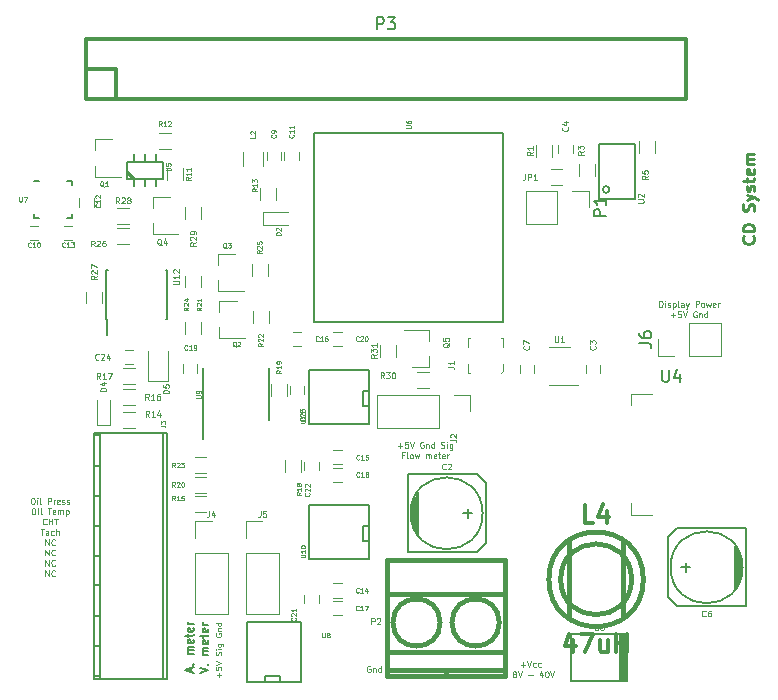
<source format=gbr>
G04 #@! TF.FileFunction,Legend,Top*
%FSLAX46Y46*%
G04 Gerber Fmt 4.6, Leading zero omitted, Abs format (unit mm)*
G04 Created by KiCad (PCBNEW 4.0.7-e1-6374~58~ubuntu16.04.1) date Thu Aug  3 01:25:43 2017*
%MOMM*%
%LPD*%
G01*
G04 APERTURE LIST*
%ADD10C,0.100000*%
%ADD11C,0.125000*%
%ADD12C,0.175000*%
%ADD13C,0.250000*%
%ADD14C,0.120000*%
%ADD15C,0.150000*%
%ADD16C,0.381000*%
%ADD17C,0.127000*%
%ADD18C,0.304800*%
%ADD19C,0.119380*%
%ADD20C,0.203200*%
G04 APERTURE END LIST*
D10*
D11*
X107454096Y-111217690D02*
X107549334Y-111217690D01*
X107596953Y-111241500D01*
X107644572Y-111289119D01*
X107668381Y-111384357D01*
X107668381Y-111551024D01*
X107644572Y-111646262D01*
X107596953Y-111693881D01*
X107549334Y-111717690D01*
X107454096Y-111717690D01*
X107406477Y-111693881D01*
X107358858Y-111646262D01*
X107335048Y-111551024D01*
X107335048Y-111384357D01*
X107358858Y-111289119D01*
X107406477Y-111241500D01*
X107454096Y-111217690D01*
X107882668Y-111717690D02*
X107882668Y-111384357D01*
X107882668Y-111217690D02*
X107858858Y-111241500D01*
X107882668Y-111265310D01*
X107906477Y-111241500D01*
X107882668Y-111217690D01*
X107882668Y-111265310D01*
X108192191Y-111717690D02*
X108144572Y-111693881D01*
X108120763Y-111646262D01*
X108120763Y-111217690D01*
X108763620Y-111717690D02*
X108763620Y-111217690D01*
X108954096Y-111217690D01*
X109001715Y-111241500D01*
X109025524Y-111265310D01*
X109049334Y-111312929D01*
X109049334Y-111384357D01*
X109025524Y-111431976D01*
X109001715Y-111455786D01*
X108954096Y-111479595D01*
X108763620Y-111479595D01*
X109263620Y-111717690D02*
X109263620Y-111384357D01*
X109263620Y-111479595D02*
X109287429Y-111431976D01*
X109311239Y-111408167D01*
X109358858Y-111384357D01*
X109406477Y-111384357D01*
X109763620Y-111693881D02*
X109716001Y-111717690D01*
X109620763Y-111717690D01*
X109573144Y-111693881D01*
X109549334Y-111646262D01*
X109549334Y-111455786D01*
X109573144Y-111408167D01*
X109620763Y-111384357D01*
X109716001Y-111384357D01*
X109763620Y-111408167D01*
X109787429Y-111455786D01*
X109787429Y-111503405D01*
X109549334Y-111551024D01*
X109977905Y-111693881D02*
X110025524Y-111717690D01*
X110120762Y-111717690D01*
X110168381Y-111693881D01*
X110192191Y-111646262D01*
X110192191Y-111622452D01*
X110168381Y-111574833D01*
X110120762Y-111551024D01*
X110049334Y-111551024D01*
X110001715Y-111527214D01*
X109977905Y-111479595D01*
X109977905Y-111455786D01*
X110001715Y-111408167D01*
X110049334Y-111384357D01*
X110120762Y-111384357D01*
X110168381Y-111408167D01*
X110382667Y-111693881D02*
X110430286Y-111717690D01*
X110525524Y-111717690D01*
X110573143Y-111693881D01*
X110596953Y-111646262D01*
X110596953Y-111622452D01*
X110573143Y-111574833D01*
X110525524Y-111551024D01*
X110454096Y-111551024D01*
X110406477Y-111527214D01*
X110382667Y-111479595D01*
X110382667Y-111455786D01*
X110406477Y-111408167D01*
X110454096Y-111384357D01*
X110525524Y-111384357D01*
X110573143Y-111408167D01*
X107513620Y-112092690D02*
X107608858Y-112092690D01*
X107656477Y-112116500D01*
X107704096Y-112164119D01*
X107727905Y-112259357D01*
X107727905Y-112426024D01*
X107704096Y-112521262D01*
X107656477Y-112568881D01*
X107608858Y-112592690D01*
X107513620Y-112592690D01*
X107466001Y-112568881D01*
X107418382Y-112521262D01*
X107394572Y-112426024D01*
X107394572Y-112259357D01*
X107418382Y-112164119D01*
X107466001Y-112116500D01*
X107513620Y-112092690D01*
X107942192Y-112592690D02*
X107942192Y-112259357D01*
X107942192Y-112092690D02*
X107918382Y-112116500D01*
X107942192Y-112140310D01*
X107966001Y-112116500D01*
X107942192Y-112092690D01*
X107942192Y-112140310D01*
X108251715Y-112592690D02*
X108204096Y-112568881D01*
X108180287Y-112521262D01*
X108180287Y-112092690D01*
X108751715Y-112092690D02*
X109037429Y-112092690D01*
X108894572Y-112592690D02*
X108894572Y-112092690D01*
X109394572Y-112568881D02*
X109346953Y-112592690D01*
X109251715Y-112592690D01*
X109204096Y-112568881D01*
X109180286Y-112521262D01*
X109180286Y-112330786D01*
X109204096Y-112283167D01*
X109251715Y-112259357D01*
X109346953Y-112259357D01*
X109394572Y-112283167D01*
X109418381Y-112330786D01*
X109418381Y-112378405D01*
X109180286Y-112426024D01*
X109632667Y-112592690D02*
X109632667Y-112259357D01*
X109632667Y-112306976D02*
X109656476Y-112283167D01*
X109704095Y-112259357D01*
X109775524Y-112259357D01*
X109823143Y-112283167D01*
X109846952Y-112330786D01*
X109846952Y-112592690D01*
X109846952Y-112330786D02*
X109870762Y-112283167D01*
X109918381Y-112259357D01*
X109989809Y-112259357D01*
X110037429Y-112283167D01*
X110061238Y-112330786D01*
X110061238Y-112592690D01*
X110299334Y-112259357D02*
X110299334Y-112759357D01*
X110299334Y-112283167D02*
X110346953Y-112259357D01*
X110442191Y-112259357D01*
X110489810Y-112283167D01*
X110513619Y-112306976D01*
X110537429Y-112354595D01*
X110537429Y-112497452D01*
X110513619Y-112545071D01*
X110489810Y-112568881D01*
X110442191Y-112592690D01*
X110346953Y-112592690D01*
X110299334Y-112568881D01*
X108668381Y-113420071D02*
X108644571Y-113443881D01*
X108573143Y-113467690D01*
X108525524Y-113467690D01*
X108454095Y-113443881D01*
X108406476Y-113396262D01*
X108382667Y-113348643D01*
X108358857Y-113253405D01*
X108358857Y-113181976D01*
X108382667Y-113086738D01*
X108406476Y-113039119D01*
X108454095Y-112991500D01*
X108525524Y-112967690D01*
X108573143Y-112967690D01*
X108644571Y-112991500D01*
X108668381Y-113015310D01*
X108882667Y-113467690D02*
X108882667Y-112967690D01*
X108882667Y-113205786D02*
X109168381Y-113205786D01*
X109168381Y-113467690D02*
X109168381Y-112967690D01*
X109335048Y-112967690D02*
X109620762Y-112967690D01*
X109477905Y-113467690D02*
X109477905Y-112967690D01*
X108156477Y-113842690D02*
X108442191Y-113842690D01*
X108299334Y-114342690D02*
X108299334Y-113842690D01*
X108823143Y-114342690D02*
X108823143Y-114080786D01*
X108799334Y-114033167D01*
X108751715Y-114009357D01*
X108656477Y-114009357D01*
X108608858Y-114033167D01*
X108823143Y-114318881D02*
X108775524Y-114342690D01*
X108656477Y-114342690D01*
X108608858Y-114318881D01*
X108585048Y-114271262D01*
X108585048Y-114223643D01*
X108608858Y-114176024D01*
X108656477Y-114152214D01*
X108775524Y-114152214D01*
X108823143Y-114128405D01*
X109275524Y-114318881D02*
X109227905Y-114342690D01*
X109132667Y-114342690D01*
X109085048Y-114318881D01*
X109061239Y-114295071D01*
X109037429Y-114247452D01*
X109037429Y-114104595D01*
X109061239Y-114056976D01*
X109085048Y-114033167D01*
X109132667Y-114009357D01*
X109227905Y-114009357D01*
X109275524Y-114033167D01*
X109489810Y-114342690D02*
X109489810Y-113842690D01*
X109704095Y-114342690D02*
X109704095Y-114080786D01*
X109680286Y-114033167D01*
X109632667Y-114009357D01*
X109561238Y-114009357D01*
X109513619Y-114033167D01*
X109489810Y-114056976D01*
X108573143Y-115217690D02*
X108573143Y-114717690D01*
X108858857Y-115217690D01*
X108858857Y-114717690D01*
X109382667Y-115170071D02*
X109358857Y-115193881D01*
X109287429Y-115217690D01*
X109239810Y-115217690D01*
X109168381Y-115193881D01*
X109120762Y-115146262D01*
X109096953Y-115098643D01*
X109073143Y-115003405D01*
X109073143Y-114931976D01*
X109096953Y-114836738D01*
X109120762Y-114789119D01*
X109168381Y-114741500D01*
X109239810Y-114717690D01*
X109287429Y-114717690D01*
X109358857Y-114741500D01*
X109382667Y-114765310D01*
X108573143Y-116092690D02*
X108573143Y-115592690D01*
X108858857Y-116092690D01*
X108858857Y-115592690D01*
X109382667Y-116045071D02*
X109358857Y-116068881D01*
X109287429Y-116092690D01*
X109239810Y-116092690D01*
X109168381Y-116068881D01*
X109120762Y-116021262D01*
X109096953Y-115973643D01*
X109073143Y-115878405D01*
X109073143Y-115806976D01*
X109096953Y-115711738D01*
X109120762Y-115664119D01*
X109168381Y-115616500D01*
X109239810Y-115592690D01*
X109287429Y-115592690D01*
X109358857Y-115616500D01*
X109382667Y-115640310D01*
X108573143Y-116967690D02*
X108573143Y-116467690D01*
X108858857Y-116967690D01*
X108858857Y-116467690D01*
X109382667Y-116920071D02*
X109358857Y-116943881D01*
X109287429Y-116967690D01*
X109239810Y-116967690D01*
X109168381Y-116943881D01*
X109120762Y-116896262D01*
X109096953Y-116848643D01*
X109073143Y-116753405D01*
X109073143Y-116681976D01*
X109096953Y-116586738D01*
X109120762Y-116539119D01*
X109168381Y-116491500D01*
X109239810Y-116467690D01*
X109287429Y-116467690D01*
X109358857Y-116491500D01*
X109382667Y-116515310D01*
X108573143Y-117842690D02*
X108573143Y-117342690D01*
X108858857Y-117842690D01*
X108858857Y-117342690D01*
X109382667Y-117795071D02*
X109358857Y-117818881D01*
X109287429Y-117842690D01*
X109239810Y-117842690D01*
X109168381Y-117818881D01*
X109120762Y-117771262D01*
X109096953Y-117723643D01*
X109073143Y-117628405D01*
X109073143Y-117556976D01*
X109096953Y-117461738D01*
X109120762Y-117414119D01*
X109168381Y-117366500D01*
X109239810Y-117342690D01*
X109287429Y-117342690D01*
X109358857Y-117366500D01*
X109382667Y-117390310D01*
X136076571Y-125480000D02*
X136028952Y-125456190D01*
X135957524Y-125456190D01*
X135886095Y-125480000D01*
X135838476Y-125527619D01*
X135814667Y-125575238D01*
X135790857Y-125670476D01*
X135790857Y-125741905D01*
X135814667Y-125837143D01*
X135838476Y-125884762D01*
X135886095Y-125932381D01*
X135957524Y-125956190D01*
X136005143Y-125956190D01*
X136076571Y-125932381D01*
X136100381Y-125908571D01*
X136100381Y-125741905D01*
X136005143Y-125741905D01*
X136314667Y-125622857D02*
X136314667Y-125956190D01*
X136314667Y-125670476D02*
X136338476Y-125646667D01*
X136386095Y-125622857D01*
X136457524Y-125622857D01*
X136505143Y-125646667D01*
X136528952Y-125694286D01*
X136528952Y-125956190D01*
X136981333Y-125956190D02*
X136981333Y-125456190D01*
X136981333Y-125932381D02*
X136933714Y-125956190D01*
X136838476Y-125956190D01*
X136790857Y-125932381D01*
X136767048Y-125908571D01*
X136743238Y-125860952D01*
X136743238Y-125718095D01*
X136767048Y-125670476D01*
X136790857Y-125646667D01*
X136838476Y-125622857D01*
X136933714Y-125622857D01*
X136981333Y-125646667D01*
X148836192Y-125328214D02*
X149217144Y-125328214D01*
X149026668Y-125518690D02*
X149026668Y-125137738D01*
X149383811Y-125018690D02*
X149550478Y-125518690D01*
X149717144Y-125018690D01*
X150098096Y-125494881D02*
X150050477Y-125518690D01*
X149955239Y-125518690D01*
X149907620Y-125494881D01*
X149883811Y-125471071D01*
X149860001Y-125423452D01*
X149860001Y-125280595D01*
X149883811Y-125232976D01*
X149907620Y-125209167D01*
X149955239Y-125185357D01*
X150050477Y-125185357D01*
X150098096Y-125209167D01*
X150526667Y-125494881D02*
X150479048Y-125518690D01*
X150383810Y-125518690D01*
X150336191Y-125494881D01*
X150312382Y-125471071D01*
X150288572Y-125423452D01*
X150288572Y-125280595D01*
X150312382Y-125232976D01*
X150336191Y-125209167D01*
X150383810Y-125185357D01*
X150479048Y-125185357D01*
X150526667Y-125209167D01*
X148217144Y-126107976D02*
X148169525Y-126084167D01*
X148145716Y-126060357D01*
X148121906Y-126012738D01*
X148121906Y-125988929D01*
X148145716Y-125941310D01*
X148169525Y-125917500D01*
X148217144Y-125893690D01*
X148312382Y-125893690D01*
X148360001Y-125917500D01*
X148383811Y-125941310D01*
X148407620Y-125988929D01*
X148407620Y-126012738D01*
X148383811Y-126060357D01*
X148360001Y-126084167D01*
X148312382Y-126107976D01*
X148217144Y-126107976D01*
X148169525Y-126131786D01*
X148145716Y-126155595D01*
X148121906Y-126203214D01*
X148121906Y-126298452D01*
X148145716Y-126346071D01*
X148169525Y-126369881D01*
X148217144Y-126393690D01*
X148312382Y-126393690D01*
X148360001Y-126369881D01*
X148383811Y-126346071D01*
X148407620Y-126298452D01*
X148407620Y-126203214D01*
X148383811Y-126155595D01*
X148360001Y-126131786D01*
X148312382Y-126107976D01*
X148550477Y-125893690D02*
X148717144Y-126393690D01*
X148883810Y-125893690D01*
X149431429Y-126203214D02*
X149812381Y-126203214D01*
X150645714Y-126060357D02*
X150645714Y-126393690D01*
X150526667Y-125869881D02*
X150407619Y-126227024D01*
X150717143Y-126227024D01*
X151002857Y-125893690D02*
X151050476Y-125893690D01*
X151098095Y-125917500D01*
X151121904Y-125941310D01*
X151145714Y-125988929D01*
X151169523Y-126084167D01*
X151169523Y-126203214D01*
X151145714Y-126298452D01*
X151121904Y-126346071D01*
X151098095Y-126369881D01*
X151050476Y-126393690D01*
X151002857Y-126393690D01*
X150955238Y-126369881D01*
X150931428Y-126346071D01*
X150907619Y-126298452D01*
X150883809Y-126203214D01*
X150883809Y-126084167D01*
X150907619Y-125988929D01*
X150931428Y-125941310D01*
X150955238Y-125917500D01*
X151002857Y-125893690D01*
X151312380Y-125893690D02*
X151479047Y-126393690D01*
X151645713Y-125893690D01*
X160544191Y-95038690D02*
X160544191Y-94538690D01*
X160663238Y-94538690D01*
X160734667Y-94562500D01*
X160782286Y-94610119D01*
X160806095Y-94657738D01*
X160829905Y-94752976D01*
X160829905Y-94824405D01*
X160806095Y-94919643D01*
X160782286Y-94967262D01*
X160734667Y-95014881D01*
X160663238Y-95038690D01*
X160544191Y-95038690D01*
X161044191Y-95038690D02*
X161044191Y-94705357D01*
X161044191Y-94538690D02*
X161020381Y-94562500D01*
X161044191Y-94586310D01*
X161068000Y-94562500D01*
X161044191Y-94538690D01*
X161044191Y-94586310D01*
X161258476Y-95014881D02*
X161306095Y-95038690D01*
X161401333Y-95038690D01*
X161448952Y-95014881D01*
X161472762Y-94967262D01*
X161472762Y-94943452D01*
X161448952Y-94895833D01*
X161401333Y-94872024D01*
X161329905Y-94872024D01*
X161282286Y-94848214D01*
X161258476Y-94800595D01*
X161258476Y-94776786D01*
X161282286Y-94729167D01*
X161329905Y-94705357D01*
X161401333Y-94705357D01*
X161448952Y-94729167D01*
X161687048Y-94705357D02*
X161687048Y-95205357D01*
X161687048Y-94729167D02*
X161734667Y-94705357D01*
X161829905Y-94705357D01*
X161877524Y-94729167D01*
X161901333Y-94752976D01*
X161925143Y-94800595D01*
X161925143Y-94943452D01*
X161901333Y-94991071D01*
X161877524Y-95014881D01*
X161829905Y-95038690D01*
X161734667Y-95038690D01*
X161687048Y-95014881D01*
X162210857Y-95038690D02*
X162163238Y-95014881D01*
X162139429Y-94967262D01*
X162139429Y-94538690D01*
X162615619Y-95038690D02*
X162615619Y-94776786D01*
X162591810Y-94729167D01*
X162544191Y-94705357D01*
X162448953Y-94705357D01*
X162401334Y-94729167D01*
X162615619Y-95014881D02*
X162568000Y-95038690D01*
X162448953Y-95038690D01*
X162401334Y-95014881D01*
X162377524Y-94967262D01*
X162377524Y-94919643D01*
X162401334Y-94872024D01*
X162448953Y-94848214D01*
X162568000Y-94848214D01*
X162615619Y-94824405D01*
X162806096Y-94705357D02*
X162925143Y-95038690D01*
X163044191Y-94705357D02*
X162925143Y-95038690D01*
X162877524Y-95157738D01*
X162853715Y-95181548D01*
X162806096Y-95205357D01*
X163615619Y-95038690D02*
X163615619Y-94538690D01*
X163806095Y-94538690D01*
X163853714Y-94562500D01*
X163877523Y-94586310D01*
X163901333Y-94633929D01*
X163901333Y-94705357D01*
X163877523Y-94752976D01*
X163853714Y-94776786D01*
X163806095Y-94800595D01*
X163615619Y-94800595D01*
X164187047Y-95038690D02*
X164139428Y-95014881D01*
X164115619Y-94991071D01*
X164091809Y-94943452D01*
X164091809Y-94800595D01*
X164115619Y-94752976D01*
X164139428Y-94729167D01*
X164187047Y-94705357D01*
X164258476Y-94705357D01*
X164306095Y-94729167D01*
X164329904Y-94752976D01*
X164353714Y-94800595D01*
X164353714Y-94943452D01*
X164329904Y-94991071D01*
X164306095Y-95014881D01*
X164258476Y-95038690D01*
X164187047Y-95038690D01*
X164520381Y-94705357D02*
X164615619Y-95038690D01*
X164710857Y-94800595D01*
X164806095Y-95038690D01*
X164901333Y-94705357D01*
X165282286Y-95014881D02*
X165234667Y-95038690D01*
X165139429Y-95038690D01*
X165091810Y-95014881D01*
X165068000Y-94967262D01*
X165068000Y-94776786D01*
X165091810Y-94729167D01*
X165139429Y-94705357D01*
X165234667Y-94705357D01*
X165282286Y-94729167D01*
X165306095Y-94776786D01*
X165306095Y-94824405D01*
X165068000Y-94872024D01*
X165520381Y-95038690D02*
X165520381Y-94705357D01*
X165520381Y-94800595D02*
X165544190Y-94752976D01*
X165568000Y-94729167D01*
X165615619Y-94705357D01*
X165663238Y-94705357D01*
X161532287Y-95723214D02*
X161913239Y-95723214D01*
X161722763Y-95913690D02*
X161722763Y-95532738D01*
X162389430Y-95413690D02*
X162151335Y-95413690D01*
X162127525Y-95651786D01*
X162151335Y-95627976D01*
X162198954Y-95604167D01*
X162318001Y-95604167D01*
X162365620Y-95627976D01*
X162389430Y-95651786D01*
X162413239Y-95699405D01*
X162413239Y-95818452D01*
X162389430Y-95866071D01*
X162365620Y-95889881D01*
X162318001Y-95913690D01*
X162198954Y-95913690D01*
X162151335Y-95889881D01*
X162127525Y-95866071D01*
X162556096Y-95413690D02*
X162722763Y-95913690D01*
X162889429Y-95413690D01*
X163698952Y-95437500D02*
X163651333Y-95413690D01*
X163579905Y-95413690D01*
X163508476Y-95437500D01*
X163460857Y-95485119D01*
X163437048Y-95532738D01*
X163413238Y-95627976D01*
X163413238Y-95699405D01*
X163437048Y-95794643D01*
X163460857Y-95842262D01*
X163508476Y-95889881D01*
X163579905Y-95913690D01*
X163627524Y-95913690D01*
X163698952Y-95889881D01*
X163722762Y-95866071D01*
X163722762Y-95699405D01*
X163627524Y-95699405D01*
X163937048Y-95580357D02*
X163937048Y-95913690D01*
X163937048Y-95627976D02*
X163960857Y-95604167D01*
X164008476Y-95580357D01*
X164079905Y-95580357D01*
X164127524Y-95604167D01*
X164151333Y-95651786D01*
X164151333Y-95913690D01*
X164603714Y-95913690D02*
X164603714Y-95413690D01*
X164603714Y-95889881D02*
X164556095Y-95913690D01*
X164460857Y-95913690D01*
X164413238Y-95889881D01*
X164389429Y-95866071D01*
X164365619Y-95818452D01*
X164365619Y-95675595D01*
X164389429Y-95627976D01*
X164413238Y-95604167D01*
X164460857Y-95580357D01*
X164556095Y-95580357D01*
X164603714Y-95604167D01*
X138406478Y-106786214D02*
X138787430Y-106786214D01*
X138596954Y-106976690D02*
X138596954Y-106595738D01*
X139263621Y-106476690D02*
X139025526Y-106476690D01*
X139001716Y-106714786D01*
X139025526Y-106690976D01*
X139073145Y-106667167D01*
X139192192Y-106667167D01*
X139239811Y-106690976D01*
X139263621Y-106714786D01*
X139287430Y-106762405D01*
X139287430Y-106881452D01*
X139263621Y-106929071D01*
X139239811Y-106952881D01*
X139192192Y-106976690D01*
X139073145Y-106976690D01*
X139025526Y-106952881D01*
X139001716Y-106929071D01*
X139430287Y-106476690D02*
X139596954Y-106976690D01*
X139763620Y-106476690D01*
X140573143Y-106500500D02*
X140525524Y-106476690D01*
X140454096Y-106476690D01*
X140382667Y-106500500D01*
X140335048Y-106548119D01*
X140311239Y-106595738D01*
X140287429Y-106690976D01*
X140287429Y-106762405D01*
X140311239Y-106857643D01*
X140335048Y-106905262D01*
X140382667Y-106952881D01*
X140454096Y-106976690D01*
X140501715Y-106976690D01*
X140573143Y-106952881D01*
X140596953Y-106929071D01*
X140596953Y-106762405D01*
X140501715Y-106762405D01*
X140811239Y-106643357D02*
X140811239Y-106976690D01*
X140811239Y-106690976D02*
X140835048Y-106667167D01*
X140882667Y-106643357D01*
X140954096Y-106643357D01*
X141001715Y-106667167D01*
X141025524Y-106714786D01*
X141025524Y-106976690D01*
X141477905Y-106976690D02*
X141477905Y-106476690D01*
X141477905Y-106952881D02*
X141430286Y-106976690D01*
X141335048Y-106976690D01*
X141287429Y-106952881D01*
X141263620Y-106929071D01*
X141239810Y-106881452D01*
X141239810Y-106738595D01*
X141263620Y-106690976D01*
X141287429Y-106667167D01*
X141335048Y-106643357D01*
X141430286Y-106643357D01*
X141477905Y-106667167D01*
X142073143Y-106952881D02*
X142144572Y-106976690D01*
X142263619Y-106976690D01*
X142311238Y-106952881D01*
X142335048Y-106929071D01*
X142358857Y-106881452D01*
X142358857Y-106833833D01*
X142335048Y-106786214D01*
X142311238Y-106762405D01*
X142263619Y-106738595D01*
X142168381Y-106714786D01*
X142120762Y-106690976D01*
X142096953Y-106667167D01*
X142073143Y-106619548D01*
X142073143Y-106571929D01*
X142096953Y-106524310D01*
X142120762Y-106500500D01*
X142168381Y-106476690D01*
X142287429Y-106476690D01*
X142358857Y-106500500D01*
X142573143Y-106976690D02*
X142573143Y-106643357D01*
X142573143Y-106476690D02*
X142549333Y-106500500D01*
X142573143Y-106524310D01*
X142596952Y-106500500D01*
X142573143Y-106476690D01*
X142573143Y-106524310D01*
X143025523Y-106643357D02*
X143025523Y-107048119D01*
X143001714Y-107095738D01*
X142977904Y-107119548D01*
X142930285Y-107143357D01*
X142858857Y-107143357D01*
X142811238Y-107119548D01*
X143025523Y-106952881D02*
X142977904Y-106976690D01*
X142882666Y-106976690D01*
X142835047Y-106952881D01*
X142811238Y-106929071D01*
X142787428Y-106881452D01*
X142787428Y-106738595D01*
X142811238Y-106690976D01*
X142835047Y-106667167D01*
X142882666Y-106643357D01*
X142977904Y-106643357D01*
X143025523Y-106667167D01*
X138918381Y-107589786D02*
X138751715Y-107589786D01*
X138751715Y-107851690D02*
X138751715Y-107351690D01*
X138989810Y-107351690D01*
X139251714Y-107851690D02*
X139204095Y-107827881D01*
X139180286Y-107780262D01*
X139180286Y-107351690D01*
X139513619Y-107851690D02*
X139466000Y-107827881D01*
X139442191Y-107804071D01*
X139418381Y-107756452D01*
X139418381Y-107613595D01*
X139442191Y-107565976D01*
X139466000Y-107542167D01*
X139513619Y-107518357D01*
X139585048Y-107518357D01*
X139632667Y-107542167D01*
X139656476Y-107565976D01*
X139680286Y-107613595D01*
X139680286Y-107756452D01*
X139656476Y-107804071D01*
X139632667Y-107827881D01*
X139585048Y-107851690D01*
X139513619Y-107851690D01*
X139846953Y-107518357D02*
X139942191Y-107851690D01*
X140037429Y-107613595D01*
X140132667Y-107851690D01*
X140227905Y-107518357D01*
X140799334Y-107851690D02*
X140799334Y-107518357D01*
X140799334Y-107565976D02*
X140823143Y-107542167D01*
X140870762Y-107518357D01*
X140942191Y-107518357D01*
X140989810Y-107542167D01*
X141013619Y-107589786D01*
X141013619Y-107851690D01*
X141013619Y-107589786D02*
X141037429Y-107542167D01*
X141085048Y-107518357D01*
X141156476Y-107518357D01*
X141204096Y-107542167D01*
X141227905Y-107589786D01*
X141227905Y-107851690D01*
X141656477Y-107827881D02*
X141608858Y-107851690D01*
X141513620Y-107851690D01*
X141466001Y-107827881D01*
X141442191Y-107780262D01*
X141442191Y-107589786D01*
X141466001Y-107542167D01*
X141513620Y-107518357D01*
X141608858Y-107518357D01*
X141656477Y-107542167D01*
X141680286Y-107589786D01*
X141680286Y-107637405D01*
X141442191Y-107685024D01*
X141823143Y-107518357D02*
X142013619Y-107518357D01*
X141894572Y-107351690D02*
X141894572Y-107780262D01*
X141918381Y-107827881D01*
X141966000Y-107851690D01*
X142013619Y-107851690D01*
X142370762Y-107827881D02*
X142323143Y-107851690D01*
X142227905Y-107851690D01*
X142180286Y-107827881D01*
X142156476Y-107780262D01*
X142156476Y-107589786D01*
X142180286Y-107542167D01*
X142227905Y-107518357D01*
X142323143Y-107518357D01*
X142370762Y-107542167D01*
X142394571Y-107589786D01*
X142394571Y-107637405D01*
X142156476Y-107685024D01*
X142608857Y-107851690D02*
X142608857Y-107518357D01*
X142608857Y-107613595D02*
X142632666Y-107565976D01*
X142656476Y-107542167D01*
X142704095Y-107518357D01*
X142751714Y-107518357D01*
D12*
X121666667Y-126049999D02*
X122366667Y-125816666D01*
X121666667Y-125583333D01*
X122300000Y-125349999D02*
X122333333Y-125316666D01*
X122366667Y-125349999D01*
X122333333Y-125383333D01*
X122300000Y-125349999D01*
X122366667Y-125349999D01*
X122366667Y-124483333D02*
X121900000Y-124483333D01*
X121966667Y-124483333D02*
X121933333Y-124450000D01*
X121900000Y-124383333D01*
X121900000Y-124283333D01*
X121933333Y-124216667D01*
X122000000Y-124183333D01*
X122366667Y-124183333D01*
X122000000Y-124183333D02*
X121933333Y-124150000D01*
X121900000Y-124083333D01*
X121900000Y-123983333D01*
X121933333Y-123916667D01*
X122000000Y-123883333D01*
X122366667Y-123883333D01*
X122333333Y-123283334D02*
X122366667Y-123350000D01*
X122366667Y-123483334D01*
X122333333Y-123550000D01*
X122266667Y-123583334D01*
X122000000Y-123583334D01*
X121933333Y-123550000D01*
X121900000Y-123483334D01*
X121900000Y-123350000D01*
X121933333Y-123283334D01*
X122000000Y-123250000D01*
X122066667Y-123250000D01*
X122133333Y-123583334D01*
X121900000Y-123050000D02*
X121900000Y-122783334D01*
X121666667Y-122950000D02*
X122266667Y-122950000D01*
X122333333Y-122916667D01*
X122366667Y-122850000D01*
X122366667Y-122783334D01*
X122333333Y-122283334D02*
X122366667Y-122350000D01*
X122366667Y-122483334D01*
X122333333Y-122550000D01*
X122266667Y-122583334D01*
X122000000Y-122583334D01*
X121933333Y-122550000D01*
X121900000Y-122483334D01*
X121900000Y-122350000D01*
X121933333Y-122283334D01*
X122000000Y-122250000D01*
X122066667Y-122250000D01*
X122133333Y-122583334D01*
X122366667Y-121950000D02*
X121900000Y-121950000D01*
X122033333Y-121950000D02*
X121966667Y-121916667D01*
X121933333Y-121883334D01*
X121900000Y-121816667D01*
X121900000Y-121750000D01*
X120916667Y-125933333D02*
X120916667Y-125599999D01*
X121116667Y-125999999D02*
X120416667Y-125766666D01*
X121116667Y-125533333D01*
X121050000Y-125299999D02*
X121083333Y-125266666D01*
X121116667Y-125299999D01*
X121083333Y-125333333D01*
X121050000Y-125299999D01*
X121116667Y-125299999D01*
X121116667Y-124433333D02*
X120650000Y-124433333D01*
X120716667Y-124433333D02*
X120683333Y-124400000D01*
X120650000Y-124333333D01*
X120650000Y-124233333D01*
X120683333Y-124166667D01*
X120750000Y-124133333D01*
X121116667Y-124133333D01*
X120750000Y-124133333D02*
X120683333Y-124100000D01*
X120650000Y-124033333D01*
X120650000Y-123933333D01*
X120683333Y-123866667D01*
X120750000Y-123833333D01*
X121116667Y-123833333D01*
X121083333Y-123233334D02*
X121116667Y-123300000D01*
X121116667Y-123433334D01*
X121083333Y-123500000D01*
X121016667Y-123533334D01*
X120750000Y-123533334D01*
X120683333Y-123500000D01*
X120650000Y-123433334D01*
X120650000Y-123300000D01*
X120683333Y-123233334D01*
X120750000Y-123200000D01*
X120816667Y-123200000D01*
X120883333Y-123533334D01*
X120650000Y-123000000D02*
X120650000Y-122733334D01*
X120416667Y-122900000D02*
X121016667Y-122900000D01*
X121083333Y-122866667D01*
X121116667Y-122800000D01*
X121116667Y-122733334D01*
X121083333Y-122233334D02*
X121116667Y-122300000D01*
X121116667Y-122433334D01*
X121083333Y-122500000D01*
X121016667Y-122533334D01*
X120750000Y-122533334D01*
X120683333Y-122500000D01*
X120650000Y-122433334D01*
X120650000Y-122300000D01*
X120683333Y-122233334D01*
X120750000Y-122200000D01*
X120816667Y-122200000D01*
X120883333Y-122533334D01*
X121116667Y-121900000D02*
X120650000Y-121900000D01*
X120783333Y-121900000D02*
X120716667Y-121866667D01*
X120683333Y-121833334D01*
X120650000Y-121766667D01*
X120650000Y-121700000D01*
D11*
X123285714Y-126409522D02*
X123285714Y-126028570D01*
X123476190Y-126219046D02*
X123095238Y-126219046D01*
X122976190Y-125552379D02*
X122976190Y-125790474D01*
X123214286Y-125814284D01*
X123190476Y-125790474D01*
X123166667Y-125742855D01*
X123166667Y-125623808D01*
X123190476Y-125576189D01*
X123214286Y-125552379D01*
X123261905Y-125528570D01*
X123380952Y-125528570D01*
X123428571Y-125552379D01*
X123452381Y-125576189D01*
X123476190Y-125623808D01*
X123476190Y-125742855D01*
X123452381Y-125790474D01*
X123428571Y-125814284D01*
X122976190Y-125385713D02*
X123476190Y-125219046D01*
X122976190Y-125052380D01*
X123452381Y-124528571D02*
X123476190Y-124457142D01*
X123476190Y-124338095D01*
X123452381Y-124290476D01*
X123428571Y-124266666D01*
X123380952Y-124242857D01*
X123333333Y-124242857D01*
X123285714Y-124266666D01*
X123261905Y-124290476D01*
X123238095Y-124338095D01*
X123214286Y-124433333D01*
X123190476Y-124480952D01*
X123166667Y-124504761D01*
X123119048Y-124528571D01*
X123071429Y-124528571D01*
X123023810Y-124504761D01*
X123000000Y-124480952D01*
X122976190Y-124433333D01*
X122976190Y-124314285D01*
X123000000Y-124242857D01*
X123476190Y-124028571D02*
X123142857Y-124028571D01*
X122976190Y-124028571D02*
X123000000Y-124052381D01*
X123023810Y-124028571D01*
X123000000Y-124004762D01*
X122976190Y-124028571D01*
X123023810Y-124028571D01*
X123142857Y-123576191D02*
X123547619Y-123576191D01*
X123595238Y-123600000D01*
X123619048Y-123623810D01*
X123642857Y-123671429D01*
X123642857Y-123742857D01*
X123619048Y-123790476D01*
X123452381Y-123576191D02*
X123476190Y-123623810D01*
X123476190Y-123719048D01*
X123452381Y-123766667D01*
X123428571Y-123790476D01*
X123380952Y-123814286D01*
X123238095Y-123814286D01*
X123190476Y-123790476D01*
X123166667Y-123766667D01*
X123142857Y-123719048D01*
X123142857Y-123623810D01*
X123166667Y-123576191D01*
X123000000Y-122695239D02*
X122976190Y-122742858D01*
X122976190Y-122814286D01*
X123000000Y-122885715D01*
X123047619Y-122933334D01*
X123095238Y-122957143D01*
X123190476Y-122980953D01*
X123261905Y-122980953D01*
X123357143Y-122957143D01*
X123404762Y-122933334D01*
X123452381Y-122885715D01*
X123476190Y-122814286D01*
X123476190Y-122766667D01*
X123452381Y-122695239D01*
X123428571Y-122671429D01*
X123261905Y-122671429D01*
X123261905Y-122766667D01*
X123142857Y-122457143D02*
X123476190Y-122457143D01*
X123190476Y-122457143D02*
X123166667Y-122433334D01*
X123142857Y-122385715D01*
X123142857Y-122314286D01*
X123166667Y-122266667D01*
X123214286Y-122242858D01*
X123476190Y-122242858D01*
X123476190Y-121790477D02*
X122976190Y-121790477D01*
X123452381Y-121790477D02*
X123476190Y-121838096D01*
X123476190Y-121933334D01*
X123452381Y-121980953D01*
X123428571Y-122004762D01*
X123380952Y-122028572D01*
X123238095Y-122028572D01*
X123190476Y-122004762D01*
X123166667Y-121980953D01*
X123142857Y-121933334D01*
X123142857Y-121838096D01*
X123166667Y-121790477D01*
D13*
X168505143Y-89066286D02*
X168552762Y-89113905D01*
X168600381Y-89256762D01*
X168600381Y-89352000D01*
X168552762Y-89494858D01*
X168457524Y-89590096D01*
X168362286Y-89637715D01*
X168171810Y-89685334D01*
X168028952Y-89685334D01*
X167838476Y-89637715D01*
X167743238Y-89590096D01*
X167648000Y-89494858D01*
X167600381Y-89352000D01*
X167600381Y-89256762D01*
X167648000Y-89113905D01*
X167695619Y-89066286D01*
X168600381Y-88637715D02*
X167600381Y-88637715D01*
X167600381Y-88399620D01*
X167648000Y-88256762D01*
X167743238Y-88161524D01*
X167838476Y-88113905D01*
X168028952Y-88066286D01*
X168171810Y-88066286D01*
X168362286Y-88113905D01*
X168457524Y-88161524D01*
X168552762Y-88256762D01*
X168600381Y-88399620D01*
X168600381Y-88637715D01*
X168552762Y-86923429D02*
X168600381Y-86780572D01*
X168600381Y-86542476D01*
X168552762Y-86447238D01*
X168505143Y-86399619D01*
X168409905Y-86352000D01*
X168314667Y-86352000D01*
X168219429Y-86399619D01*
X168171810Y-86447238D01*
X168124190Y-86542476D01*
X168076571Y-86732953D01*
X168028952Y-86828191D01*
X167981333Y-86875810D01*
X167886095Y-86923429D01*
X167790857Y-86923429D01*
X167695619Y-86875810D01*
X167648000Y-86828191D01*
X167600381Y-86732953D01*
X167600381Y-86494857D01*
X167648000Y-86352000D01*
X167933714Y-86018667D02*
X168600381Y-85780572D01*
X167933714Y-85542476D02*
X168600381Y-85780572D01*
X168838476Y-85875810D01*
X168886095Y-85923429D01*
X168933714Y-86018667D01*
X168552762Y-85209143D02*
X168600381Y-85113905D01*
X168600381Y-84923429D01*
X168552762Y-84828190D01*
X168457524Y-84780571D01*
X168409905Y-84780571D01*
X168314667Y-84828190D01*
X168267048Y-84923429D01*
X168267048Y-85066286D01*
X168219429Y-85161524D01*
X168124190Y-85209143D01*
X168076571Y-85209143D01*
X167981333Y-85161524D01*
X167933714Y-85066286D01*
X167933714Y-84923429D01*
X167981333Y-84828190D01*
X167933714Y-84494857D02*
X167933714Y-84113905D01*
X167600381Y-84352000D02*
X168457524Y-84352000D01*
X168552762Y-84304381D01*
X168600381Y-84209143D01*
X168600381Y-84113905D01*
X168552762Y-83399618D02*
X168600381Y-83494856D01*
X168600381Y-83685333D01*
X168552762Y-83780571D01*
X168457524Y-83828190D01*
X168076571Y-83828190D01*
X167981333Y-83780571D01*
X167933714Y-83685333D01*
X167933714Y-83494856D01*
X167981333Y-83399618D01*
X168076571Y-83351999D01*
X168171810Y-83351999D01*
X168267048Y-83828190D01*
X168600381Y-82923428D02*
X167933714Y-82923428D01*
X168028952Y-82923428D02*
X167981333Y-82875809D01*
X167933714Y-82780571D01*
X167933714Y-82637713D01*
X167981333Y-82542475D01*
X168076571Y-82494856D01*
X168600381Y-82494856D01*
X168076571Y-82494856D02*
X167981333Y-82447237D01*
X167933714Y-82351999D01*
X167933714Y-82209142D01*
X167981333Y-82113904D01*
X168076571Y-82066285D01*
X168600381Y-82066285D01*
D14*
X153019328Y-98463300D02*
X151219328Y-98463300D01*
X151219328Y-101683300D02*
X153669328Y-101683300D01*
D15*
X147350000Y-80300000D02*
X131350000Y-80300000D01*
X131350000Y-80300000D02*
X131350000Y-96300000D01*
X131350000Y-96300000D02*
X147350000Y-96300000D01*
X147350000Y-96300000D02*
X147350000Y-80300000D01*
D16*
X142494000Y-125766000D02*
X142494000Y-126266000D01*
X146994000Y-121766000D02*
G75*
G03X146994000Y-121766000I-2000000J0D01*
G01*
X141994000Y-121766000D02*
G75*
G03X141994000Y-121766000I-2000000J0D01*
G01*
X137494000Y-124266000D02*
X147494000Y-124266000D01*
X137494000Y-119366000D02*
X147494000Y-119366000D01*
X137494000Y-125766000D02*
X147494000Y-125766000D01*
X137494000Y-126266000D02*
X147494000Y-126266000D01*
X147494000Y-126266000D02*
X147494000Y-116466000D01*
X147494000Y-116466000D02*
X137494000Y-116466000D01*
X137494000Y-116466000D02*
X137494000Y-126266000D01*
D17*
X155398600Y-85887240D02*
X158497400Y-85887240D01*
X158497400Y-85887240D02*
X158497400Y-81284760D01*
X158497400Y-81284760D02*
X155398600Y-81284760D01*
X155398600Y-81284760D02*
X155398600Y-85887240D01*
X156325201Y-85110000D02*
G75*
G03X156325201Y-85110000I-283981J0D01*
G01*
X116140080Y-84190120D02*
X115492380Y-83542420D01*
X115987680Y-84190120D02*
X115492380Y-83694820D01*
X116990980Y-82793120D02*
X116990980Y-82132720D01*
X117943480Y-82793120D02*
X117943480Y-82132720D01*
X116038480Y-82793120D02*
X116038480Y-82132720D01*
X116990980Y-84190120D02*
X116990980Y-84850520D01*
X117943480Y-84190120D02*
X117943480Y-84850520D01*
X116038480Y-84190120D02*
X116038480Y-84850520D01*
X115492380Y-82793120D02*
X118489580Y-82793120D01*
X118489580Y-82793120D02*
X118489580Y-84190120D01*
X118489580Y-84190120D02*
X115492380Y-84190120D01*
X115492380Y-84190120D02*
X115492380Y-82793120D01*
D14*
X147350000Y-99850000D02*
X147350000Y-100450000D01*
X147350000Y-100450000D02*
X147150000Y-100650000D01*
X147150000Y-97650000D02*
X147350000Y-97650000D01*
X147350000Y-97650000D02*
X147350000Y-98450000D01*
X144350000Y-98450000D02*
X144350000Y-97650000D01*
X144350000Y-97650000D02*
X144550000Y-97650000D01*
X144550000Y-100650000D02*
X144350000Y-100650000D01*
X144350000Y-100650000D02*
X144350000Y-99850000D01*
D15*
X107600000Y-87550000D02*
X107600000Y-87150000D01*
X107600000Y-87550000D02*
X108000000Y-87550000D01*
X110800000Y-87550000D02*
X110800000Y-87150000D01*
X110800000Y-87550000D02*
X110400000Y-87550000D01*
X110800000Y-84350000D02*
X110800000Y-84750000D01*
X110800000Y-84350000D02*
X110400000Y-84350000D01*
X107600000Y-84350000D02*
X108000000Y-84350000D01*
D14*
X152348000Y-84716000D02*
X151348000Y-84716000D01*
X151348000Y-83356000D02*
X152348000Y-83356000D01*
X127030000Y-81900000D02*
X127030000Y-83100000D01*
X125270000Y-83100000D02*
X125270000Y-81900000D01*
X153198000Y-81336000D02*
X153198000Y-82036000D01*
X151998000Y-82036000D02*
X151998000Y-81336000D01*
X128500000Y-81950000D02*
X128500000Y-82650000D01*
X127300000Y-82650000D02*
X127300000Y-81950000D01*
X107950000Y-89400000D02*
X107250000Y-89400000D01*
X107250000Y-88200000D02*
X107950000Y-88200000D01*
X130000000Y-81950000D02*
X130000000Y-82650000D01*
X128800000Y-82650000D02*
X128800000Y-81950000D01*
X111450000Y-86550000D02*
X111450000Y-85850000D01*
X112650000Y-85850000D02*
X112650000Y-86550000D01*
X110850000Y-89400000D02*
X110150000Y-89400000D01*
X110150000Y-88200000D02*
X110850000Y-88200000D01*
X133650000Y-119650000D02*
X132950000Y-119650000D01*
X132950000Y-118450000D02*
X133650000Y-118450000D01*
X127000000Y-87000000D02*
X127000000Y-88100000D01*
X127000000Y-88100000D02*
X129100000Y-88100000D01*
X127000000Y-87000000D02*
X129100000Y-87000000D01*
X150068000Y-82336000D02*
X150068000Y-81336000D01*
X151428000Y-81336000D02*
X151428000Y-82336000D01*
X153718000Y-83986000D02*
X153718000Y-82986000D01*
X155078000Y-82986000D02*
X155078000Y-83986000D01*
X160192000Y-81022000D02*
X160192000Y-82022000D01*
X158832000Y-82022000D02*
X158832000Y-81022000D01*
X120220980Y-83291620D02*
X120220980Y-84291620D01*
X118860980Y-84291620D02*
X118860980Y-83291620D01*
X119190980Y-81671620D02*
X118190980Y-81671620D01*
X118190980Y-80311620D02*
X119190980Y-80311620D01*
X128130000Y-85000000D02*
X128130000Y-86000000D01*
X126770000Y-86000000D02*
X126770000Y-85000000D01*
X116118854Y-105264930D02*
X115118854Y-105264930D01*
X115118854Y-103904930D02*
X116118854Y-103904930D01*
X121200000Y-111070000D02*
X122200000Y-111070000D01*
X122200000Y-112430000D02*
X121200000Y-112430000D01*
X133650000Y-98350000D02*
X132950000Y-98350000D01*
X132950000Y-97150000D02*
X133650000Y-97150000D01*
X130500000Y-120150000D02*
X130500000Y-119450000D01*
X131700000Y-119450000D02*
X131700000Y-120150000D01*
X130500000Y-108850000D02*
X130500000Y-108150000D01*
X131700000Y-108150000D02*
X131700000Y-108850000D01*
X130450000Y-101750000D02*
X130450000Y-102450000D01*
X129250000Y-102450000D02*
X129250000Y-101750000D01*
X115268854Y-98684930D02*
X115968854Y-98684930D01*
X115968854Y-99884930D02*
X115268854Y-99884930D01*
X123290000Y-94520000D02*
X123290000Y-95450000D01*
X123290000Y-97680000D02*
X123290000Y-96750000D01*
X123290000Y-97680000D02*
X125450000Y-97680000D01*
X123290000Y-94520000D02*
X124750000Y-94520000D01*
D15*
X118898800Y-126528760D02*
X118898800Y-105731240D01*
X118500020Y-105731240D02*
X118500020Y-126528760D01*
X112701200Y-126528760D02*
X112701200Y-105731240D01*
X113199040Y-105731240D02*
X113199040Y-126528760D01*
X113199040Y-116130000D02*
X112701200Y-116130000D01*
X113199040Y-123729680D02*
X112701200Y-123729680D01*
X113199040Y-121230320D02*
X112701200Y-121230320D01*
X113199040Y-118631900D02*
X112701200Y-118631900D01*
X113199040Y-113630640D02*
X112701200Y-113630640D01*
X113199040Y-111032220D02*
X112701200Y-111032220D01*
X112701200Y-105931900D02*
X113199040Y-105931900D01*
X113199040Y-126328100D02*
X112701200Y-126328100D01*
X112701200Y-108535400D02*
X113199040Y-108535400D01*
X112701200Y-126526220D02*
X118898800Y-126526220D01*
X118898800Y-105733780D02*
X112701200Y-105733780D01*
D14*
X112780980Y-80861620D02*
X112780980Y-81791620D01*
X112780980Y-84021620D02*
X112780980Y-83091620D01*
X112780980Y-84021620D02*
X114940980Y-84021620D01*
X112780980Y-80861620D02*
X114240980Y-80861620D01*
X115118854Y-102004930D02*
X116118854Y-102004930D01*
X116118854Y-103364930D02*
X115118854Y-103364930D01*
X116118854Y-101564930D02*
X115118854Y-101564930D01*
X115118854Y-100204930D02*
X116118854Y-100204930D01*
X130230000Y-108000000D02*
X130230000Y-109000000D01*
X128870000Y-109000000D02*
X128870000Y-108000000D01*
X127670000Y-102600000D02*
X127670000Y-101600000D01*
X129030000Y-101600000D02*
X129030000Y-102600000D01*
X121200000Y-109420000D02*
X122200000Y-109420000D01*
X122200000Y-110780000D02*
X121200000Y-110780000D01*
X121780000Y-96350000D02*
X121780000Y-97350000D01*
X120420000Y-97350000D02*
X120420000Y-96350000D01*
X127480000Y-95400000D02*
X127480000Y-96400000D01*
X126120000Y-96400000D02*
X126120000Y-95400000D01*
X133650000Y-108350000D02*
X132950000Y-108350000D01*
X132950000Y-107150000D02*
X133650000Y-107150000D01*
X130250000Y-98350000D02*
X129550000Y-98350000D01*
X129550000Y-97150000D02*
X130250000Y-97150000D01*
X133650000Y-121150000D02*
X132950000Y-121150000D01*
X132950000Y-119950000D02*
X133650000Y-119950000D01*
X133650000Y-109850000D02*
X132950000Y-109850000D01*
X132950000Y-108650000D02*
X133650000Y-108650000D01*
X121400000Y-99900000D02*
X121400000Y-100600000D01*
X120200000Y-100600000D02*
X120200000Y-99900000D01*
X112968854Y-105034930D02*
X114068854Y-105034930D01*
X114068854Y-105034930D02*
X114068854Y-102934930D01*
X112968854Y-105034930D02*
X112968854Y-102934930D01*
X117268854Y-101334930D02*
X118968854Y-101334930D01*
X118968854Y-101334930D02*
X118968854Y-98784930D01*
X117268854Y-101334930D02*
X117268854Y-98784930D01*
X123190000Y-90570000D02*
X123190000Y-91500000D01*
X123190000Y-93730000D02*
X123190000Y-92800000D01*
X123190000Y-93730000D02*
X125350000Y-93730000D01*
X123190000Y-90570000D02*
X124650000Y-90570000D01*
X117655070Y-85738854D02*
X117655070Y-86668854D01*
X117655070Y-88898854D02*
X117655070Y-87968854D01*
X117655070Y-88898854D02*
X119815070Y-88898854D01*
X117655070Y-85738854D02*
X119115070Y-85738854D01*
X141060000Y-100130000D02*
X141060000Y-99200000D01*
X141060000Y-96970000D02*
X141060000Y-97900000D01*
X141060000Y-96970000D02*
X138900000Y-96970000D01*
X141060000Y-100130000D02*
X139600000Y-100130000D01*
X122200000Y-109130000D02*
X121200000Y-109130000D01*
X121200000Y-107770000D02*
X122200000Y-107770000D01*
X121780000Y-92400000D02*
X121780000Y-93400000D01*
X120420000Y-93400000D02*
X120420000Y-92400000D01*
X127380000Y-91450000D02*
X127380000Y-92450000D01*
X126020000Y-92450000D02*
X126020000Y-91450000D01*
X114665070Y-88338854D02*
X115665070Y-88338854D01*
X115665070Y-89698854D02*
X114665070Y-89698854D01*
X113380000Y-93750000D02*
X113380000Y-94750000D01*
X112020000Y-94750000D02*
X112020000Y-93750000D01*
X115665070Y-87998854D02*
X114665070Y-87998854D01*
X114665070Y-86638854D02*
X115665070Y-86638854D01*
X121745070Y-86618854D02*
X121745070Y-87618854D01*
X120385070Y-87618854D02*
X120385070Y-86618854D01*
X141050000Y-101880000D02*
X140050000Y-101880000D01*
X140050000Y-100520000D02*
X141050000Y-100520000D01*
X136920000Y-99250000D02*
X136920000Y-98250000D01*
X138280000Y-98250000D02*
X138280000Y-99250000D01*
D15*
X125639000Y-126840000D02*
X125639000Y-121760000D01*
X125639000Y-121760000D02*
X130211000Y-121760000D01*
X130211000Y-121760000D02*
X130211000Y-126840000D01*
X130211000Y-126840000D02*
X125639000Y-126840000D01*
X127163000Y-126840000D02*
X127163000Y-126332000D01*
X127163000Y-126332000D02*
X128433000Y-126332000D01*
X128433000Y-126332000D02*
X128433000Y-126840000D01*
X127475000Y-104650000D02*
X127475000Y-100250000D01*
X121950000Y-106225000D02*
X121950000Y-100250000D01*
X135940000Y-116386000D02*
X130860000Y-116386000D01*
X130860000Y-116386000D02*
X130860000Y-111814000D01*
X130860000Y-111814000D02*
X135940000Y-111814000D01*
X135940000Y-111814000D02*
X135940000Y-116386000D01*
X135940000Y-114862000D02*
X135432000Y-114862000D01*
X135432000Y-114862000D02*
X135432000Y-113592000D01*
X135432000Y-113592000D02*
X135940000Y-113592000D01*
X135940000Y-104936000D02*
X130860000Y-104936000D01*
X130860000Y-104936000D02*
X130860000Y-100364000D01*
X130860000Y-100364000D02*
X135940000Y-100364000D01*
X135940000Y-100364000D02*
X135940000Y-104936000D01*
X135940000Y-103412000D02*
X135432000Y-103412000D01*
X135432000Y-103412000D02*
X135432000Y-102142000D01*
X135432000Y-102142000D02*
X135940000Y-102142000D01*
X113740070Y-96043854D02*
X113790070Y-96043854D01*
X113740070Y-91893854D02*
X113885070Y-91893854D01*
X118890070Y-91893854D02*
X118745070Y-91893854D01*
X118890070Y-96043854D02*
X118745070Y-96043854D01*
X113740070Y-96043854D02*
X113740070Y-91893854D01*
X118890070Y-96043854D02*
X118890070Y-91893854D01*
X113790070Y-96043854D02*
X113790070Y-97443854D01*
D17*
X139616180Y-111760000D02*
X139616180Y-113284000D01*
X139743180Y-113665000D02*
X139743180Y-111379000D01*
X139870180Y-111125000D02*
X139870180Y-113919000D01*
X139997180Y-114173000D02*
X139997180Y-110871000D01*
X140124180Y-110744000D02*
X140124180Y-114300000D01*
X145585180Y-112522000D02*
G75*
G03X145585180Y-112522000I-3048000J0D01*
G01*
X139235180Y-109220000D02*
X139235180Y-115824000D01*
X139235180Y-115824000D02*
X145077180Y-115824000D01*
X145077180Y-115824000D02*
X145839180Y-115062000D01*
X145839180Y-115062000D02*
X145839180Y-109982000D01*
X145839180Y-109982000D02*
X145077180Y-109220000D01*
X145077180Y-109220000D02*
X139235180Y-109220000D01*
X144696180Y-112522000D02*
X143934180Y-112522000D01*
X144315180Y-112141000D02*
X144315180Y-112903000D01*
X167469820Y-117856000D02*
X167469820Y-116332000D01*
X167342820Y-115951000D02*
X167342820Y-118237000D01*
X167215820Y-118491000D02*
X167215820Y-115697000D01*
X167088820Y-115443000D02*
X167088820Y-118745000D01*
X166961820Y-118872000D02*
X166961820Y-115316000D01*
X167596820Y-117094000D02*
G75*
G03X167596820Y-117094000I-3048000J0D01*
G01*
X167850820Y-120396000D02*
X167850820Y-113792000D01*
X167850820Y-113792000D02*
X162008820Y-113792000D01*
X162008820Y-113792000D02*
X161246820Y-114554000D01*
X161246820Y-114554000D02*
X161246820Y-119634000D01*
X161246820Y-119634000D02*
X162008820Y-120396000D01*
X162008820Y-120396000D02*
X167850820Y-120396000D01*
X162389820Y-117094000D02*
X163151820Y-117094000D01*
X162770820Y-117475000D02*
X162770820Y-116713000D01*
X157749240Y-122715020D02*
X157749240Y-126712980D01*
X157647640Y-126712980D02*
X157647640Y-122715020D01*
X157548580Y-122715020D02*
X157548580Y-126712980D01*
X157446980Y-126712980D02*
X157446980Y-122715020D01*
X157347920Y-122715020D02*
X157347920Y-126712980D01*
X157248860Y-122715020D02*
X157248860Y-126712980D01*
X157848300Y-122715020D02*
X157848300Y-126712980D01*
X157848300Y-126712980D02*
X153047700Y-126712980D01*
X153047700Y-126712980D02*
X153047700Y-122715020D01*
X153047700Y-122715020D02*
X157848300Y-122715020D01*
D16*
X158193740Y-118110000D02*
G75*
G03X158193740Y-118110000I-2999740J0D01*
G01*
X157495240Y-121310400D02*
X157495240Y-114909600D01*
X152892760Y-114909600D02*
X152892760Y-121310400D01*
X159194500Y-118110000D02*
G75*
G03X159194500Y-118110000I-4000500J0D01*
G01*
D14*
X158132000Y-102440000D02*
X158132000Y-103390000D01*
X158132000Y-112640000D02*
X158132000Y-111690000D01*
X158132000Y-112640000D02*
X159932000Y-112640000D01*
X159932000Y-102440000D02*
X158132000Y-102440000D01*
X141870000Y-102510000D02*
X136670000Y-102510000D01*
X136670000Y-102510000D02*
X136670000Y-105290000D01*
X136670000Y-105290000D02*
X141870000Y-105290000D01*
X141870000Y-105290000D02*
X141870000Y-102510000D01*
X143140000Y-102510000D02*
X144530000Y-102510000D01*
X144530000Y-102510000D02*
X144530000Y-103900000D01*
X121260000Y-115840000D02*
X121260000Y-121040000D01*
X121260000Y-121040000D02*
X124040000Y-121040000D01*
X124040000Y-121040000D02*
X124040000Y-115840000D01*
X124040000Y-115840000D02*
X121260000Y-115840000D01*
X121260000Y-114570000D02*
X121260000Y-113180000D01*
X121260000Y-113180000D02*
X122650000Y-113180000D01*
X125560000Y-115840000D02*
X125560000Y-121040000D01*
X125560000Y-121040000D02*
X128340000Y-121040000D01*
X128340000Y-121040000D02*
X128340000Y-115840000D01*
X128340000Y-115840000D02*
X125560000Y-115840000D01*
X125560000Y-114570000D02*
X125560000Y-113180000D01*
X125560000Y-113180000D02*
X126950000Y-113180000D01*
X163068000Y-99180000D02*
X165728000Y-99180000D01*
X165728000Y-99180000D02*
X165728000Y-96400000D01*
X165728000Y-96400000D02*
X163068000Y-96400000D01*
X163068000Y-96400000D02*
X163068000Y-99180000D01*
X161798000Y-99180000D02*
X160408000Y-99180000D01*
X160408000Y-99180000D02*
X160408000Y-97790000D01*
X154319328Y-100623300D02*
X154319328Y-99923300D01*
X155519328Y-99923300D02*
X155519328Y-100623300D01*
X148719328Y-100623300D02*
X148719328Y-99923300D01*
X149919328Y-99923300D02*
X149919328Y-100623300D01*
X151892000Y-85224000D02*
X149232000Y-85224000D01*
X149232000Y-85224000D02*
X149232000Y-88004000D01*
X149232000Y-88004000D02*
X151892000Y-88004000D01*
X151892000Y-88004000D02*
X151892000Y-85224000D01*
X153162000Y-85224000D02*
X154552000Y-85224000D01*
X154552000Y-85224000D02*
X154552000Y-86614000D01*
D18*
X162800000Y-77440000D02*
X112000000Y-77440000D01*
X112000000Y-72360000D02*
X162800000Y-72360000D01*
X112000000Y-74900000D02*
X114540000Y-74900000D01*
X114540000Y-74900000D02*
X114540000Y-77440000D01*
X112000000Y-72360000D02*
X112000000Y-77440000D01*
X162800000Y-77440000D02*
X162800000Y-72360000D01*
D11*
X151688376Y-97549490D02*
X151688376Y-97954252D01*
X151712185Y-98001871D01*
X151735995Y-98025681D01*
X151783614Y-98049490D01*
X151878852Y-98049490D01*
X151926471Y-98025681D01*
X151950280Y-98001871D01*
X151974090Y-97954252D01*
X151974090Y-97549490D01*
X152474090Y-98049490D02*
X152188376Y-98049490D01*
X152331233Y-98049490D02*
X152331233Y-97549490D01*
X152283614Y-97620919D01*
X152235995Y-97668538D01*
X152188376Y-97692348D01*
D10*
X139130952Y-79904762D02*
X139454762Y-79904762D01*
X139492857Y-79885714D01*
X139511905Y-79866667D01*
X139530952Y-79828571D01*
X139530952Y-79752381D01*
X139511905Y-79714286D01*
X139492857Y-79695238D01*
X139454762Y-79676190D01*
X139130952Y-79676190D01*
X139130952Y-79314285D02*
X139130952Y-79390476D01*
X139150000Y-79428571D01*
X139169048Y-79447619D01*
X139226190Y-79485714D01*
X139302381Y-79504762D01*
X139454762Y-79504762D01*
X139492857Y-79485714D01*
X139511905Y-79466666D01*
X139530952Y-79428571D01*
X139530952Y-79352381D01*
X139511905Y-79314285D01*
X139492857Y-79295238D01*
X139454762Y-79276190D01*
X139359524Y-79276190D01*
X139321429Y-79295238D01*
X139302381Y-79314285D01*
X139283333Y-79352381D01*
X139283333Y-79428571D01*
X139302381Y-79466666D01*
X139321429Y-79485714D01*
X139359524Y-79504762D01*
D11*
X136174953Y-121892190D02*
X136174953Y-121392190D01*
X136365429Y-121392190D01*
X136413048Y-121416000D01*
X136436857Y-121439810D01*
X136460667Y-121487429D01*
X136460667Y-121558857D01*
X136436857Y-121606476D01*
X136413048Y-121630286D01*
X136365429Y-121654095D01*
X136174953Y-121654095D01*
X136651143Y-121439810D02*
X136674953Y-121416000D01*
X136722572Y-121392190D01*
X136841619Y-121392190D01*
X136889238Y-121416000D01*
X136913048Y-121439810D01*
X136936857Y-121487429D01*
X136936857Y-121535048D01*
X136913048Y-121606476D01*
X136627334Y-121892190D01*
X136936857Y-121892190D01*
X158730190Y-86232952D02*
X159134952Y-86232952D01*
X159182571Y-86209143D01*
X159206381Y-86185333D01*
X159230190Y-86137714D01*
X159230190Y-86042476D01*
X159206381Y-85994857D01*
X159182571Y-85971048D01*
X159134952Y-85947238D01*
X158730190Y-85947238D01*
X158777810Y-85732952D02*
X158754000Y-85709142D01*
X158730190Y-85661523D01*
X158730190Y-85542476D01*
X158754000Y-85494857D01*
X158777810Y-85471047D01*
X158825429Y-85447238D01*
X158873048Y-85447238D01*
X158944476Y-85471047D01*
X159230190Y-85756761D01*
X159230190Y-85447238D01*
D10*
X118771932Y-83496382D02*
X119095742Y-83496382D01*
X119133837Y-83477334D01*
X119152885Y-83458287D01*
X119171932Y-83420191D01*
X119171932Y-83344001D01*
X119152885Y-83305906D01*
X119133837Y-83286858D01*
X119095742Y-83267810D01*
X118771932Y-83267810D01*
X118771932Y-82886858D02*
X118771932Y-83077334D01*
X118962409Y-83096382D01*
X118943361Y-83077334D01*
X118924313Y-83039239D01*
X118924313Y-82944001D01*
X118943361Y-82905905D01*
X118962409Y-82886858D01*
X119000504Y-82867810D01*
X119095742Y-82867810D01*
X119133837Y-82886858D01*
X119152885Y-82905905D01*
X119171932Y-82944001D01*
X119171932Y-83039239D01*
X119152885Y-83077334D01*
X119133837Y-83096382D01*
D11*
X142676190Y-100116666D02*
X143033333Y-100116666D01*
X143104762Y-100140476D01*
X143152381Y-100188095D01*
X143176190Y-100259523D01*
X143176190Y-100307142D01*
X143176190Y-99616667D02*
X143176190Y-99902381D01*
X143176190Y-99759524D02*
X142676190Y-99759524D01*
X142747619Y-99807143D01*
X142795238Y-99854762D01*
X142819048Y-99902381D01*
D10*
X106345238Y-85730952D02*
X106345238Y-86054762D01*
X106364286Y-86092857D01*
X106383333Y-86111905D01*
X106421429Y-86130952D01*
X106497619Y-86130952D01*
X106535714Y-86111905D01*
X106554762Y-86092857D01*
X106573810Y-86054762D01*
X106573810Y-85730952D01*
X106726191Y-85730952D02*
X106992858Y-85730952D01*
X106821429Y-86130952D01*
D11*
X149189334Y-83800190D02*
X149189334Y-84157333D01*
X149165524Y-84228762D01*
X149117905Y-84276381D01*
X149046477Y-84300190D01*
X148998858Y-84300190D01*
X149427429Y-84300190D02*
X149427429Y-83800190D01*
X149617905Y-83800190D01*
X149665524Y-83824000D01*
X149689333Y-83847810D01*
X149713143Y-83895429D01*
X149713143Y-83966857D01*
X149689333Y-84014476D01*
X149665524Y-84038286D01*
X149617905Y-84062095D01*
X149427429Y-84062095D01*
X150189333Y-84300190D02*
X149903619Y-84300190D01*
X150046476Y-84300190D02*
X150046476Y-83800190D01*
X149998857Y-83871619D01*
X149951238Y-83919238D01*
X149903619Y-83943048D01*
D10*
X126330952Y-80516667D02*
X126330952Y-80707143D01*
X125930952Y-80707143D01*
X125969048Y-80402381D02*
X125950000Y-80383333D01*
X125930952Y-80345238D01*
X125930952Y-80250000D01*
X125950000Y-80211904D01*
X125969048Y-80192857D01*
X126007143Y-80173809D01*
X126045238Y-80173809D01*
X126102381Y-80192857D01*
X126330952Y-80421428D01*
X126330952Y-80173809D01*
D11*
X152776571Y-79839333D02*
X152800381Y-79863143D01*
X152824190Y-79934571D01*
X152824190Y-79982190D01*
X152800381Y-80053619D01*
X152752762Y-80101238D01*
X152705143Y-80125047D01*
X152609905Y-80148857D01*
X152538476Y-80148857D01*
X152443238Y-80125047D01*
X152395619Y-80101238D01*
X152348000Y-80053619D01*
X152324190Y-79982190D01*
X152324190Y-79934571D01*
X152348000Y-79863143D01*
X152371810Y-79839333D01*
X152490857Y-79410762D02*
X152824190Y-79410762D01*
X152300381Y-79529809D02*
X152657524Y-79648857D01*
X152657524Y-79339333D01*
D10*
X128042857Y-80466666D02*
X128061905Y-80485714D01*
X128080952Y-80542857D01*
X128080952Y-80580952D01*
X128061905Y-80638095D01*
X128023810Y-80676190D01*
X127985714Y-80695238D01*
X127909524Y-80714286D01*
X127852381Y-80714286D01*
X127776190Y-80695238D01*
X127738095Y-80676190D01*
X127700000Y-80638095D01*
X127680952Y-80580952D01*
X127680952Y-80542857D01*
X127700000Y-80485714D01*
X127719048Y-80466666D01*
X128080952Y-80276190D02*
X128080952Y-80200000D01*
X128061905Y-80161905D01*
X128042857Y-80142857D01*
X127985714Y-80104762D01*
X127909524Y-80085714D01*
X127757143Y-80085714D01*
X127719048Y-80104762D01*
X127700000Y-80123809D01*
X127680952Y-80161905D01*
X127680952Y-80238095D01*
X127700000Y-80276190D01*
X127719048Y-80295238D01*
X127757143Y-80314286D01*
X127852381Y-80314286D01*
X127890476Y-80295238D01*
X127909524Y-80276190D01*
X127928571Y-80238095D01*
X127928571Y-80161905D01*
X127909524Y-80123809D01*
X127890476Y-80104762D01*
X127852381Y-80085714D01*
X107342858Y-89942857D02*
X107323810Y-89961905D01*
X107266667Y-89980952D01*
X107228572Y-89980952D01*
X107171429Y-89961905D01*
X107133334Y-89923810D01*
X107114286Y-89885714D01*
X107095238Y-89809524D01*
X107095238Y-89752381D01*
X107114286Y-89676190D01*
X107133334Y-89638095D01*
X107171429Y-89600000D01*
X107228572Y-89580952D01*
X107266667Y-89580952D01*
X107323810Y-89600000D01*
X107342858Y-89619048D01*
X107723810Y-89980952D02*
X107495238Y-89980952D01*
X107609524Y-89980952D02*
X107609524Y-89580952D01*
X107571429Y-89638095D01*
X107533334Y-89676190D01*
X107495238Y-89695238D01*
X107971429Y-89580952D02*
X108009524Y-89580952D01*
X108047619Y-89600000D01*
X108066667Y-89619048D01*
X108085714Y-89657143D01*
X108104762Y-89733333D01*
X108104762Y-89828571D01*
X108085714Y-89904762D01*
X108066667Y-89942857D01*
X108047619Y-89961905D01*
X108009524Y-89980952D01*
X107971429Y-89980952D01*
X107933333Y-89961905D01*
X107914286Y-89942857D01*
X107895238Y-89904762D01*
X107876190Y-89828571D01*
X107876190Y-89733333D01*
X107895238Y-89657143D01*
X107914286Y-89619048D01*
X107933333Y-89600000D01*
X107971429Y-89580952D01*
X129542857Y-80457142D02*
X129561905Y-80476190D01*
X129580952Y-80533333D01*
X129580952Y-80571428D01*
X129561905Y-80628571D01*
X129523810Y-80666666D01*
X129485714Y-80685714D01*
X129409524Y-80704762D01*
X129352381Y-80704762D01*
X129276190Y-80685714D01*
X129238095Y-80666666D01*
X129200000Y-80628571D01*
X129180952Y-80571428D01*
X129180952Y-80533333D01*
X129200000Y-80476190D01*
X129219048Y-80457142D01*
X129580952Y-80076190D02*
X129580952Y-80304762D01*
X129580952Y-80190476D02*
X129180952Y-80190476D01*
X129238095Y-80228571D01*
X129276190Y-80266666D01*
X129295238Y-80304762D01*
X129580952Y-79695238D02*
X129580952Y-79923810D01*
X129580952Y-79809524D02*
X129180952Y-79809524D01*
X129238095Y-79847619D01*
X129276190Y-79885714D01*
X129295238Y-79923810D01*
X113172857Y-86363142D02*
X113191905Y-86382190D01*
X113210952Y-86439333D01*
X113210952Y-86477428D01*
X113191905Y-86534571D01*
X113153810Y-86572666D01*
X113115714Y-86591714D01*
X113039524Y-86610762D01*
X112982381Y-86610762D01*
X112906190Y-86591714D01*
X112868095Y-86572666D01*
X112830000Y-86534571D01*
X112810952Y-86477428D01*
X112810952Y-86439333D01*
X112830000Y-86382190D01*
X112849048Y-86363142D01*
X113210952Y-85982190D02*
X113210952Y-86210762D01*
X113210952Y-86096476D02*
X112810952Y-86096476D01*
X112868095Y-86134571D01*
X112906190Y-86172666D01*
X112925238Y-86210762D01*
X112849048Y-85829810D02*
X112830000Y-85810762D01*
X112810952Y-85772667D01*
X112810952Y-85677429D01*
X112830000Y-85639333D01*
X112849048Y-85620286D01*
X112887143Y-85601238D01*
X112925238Y-85601238D01*
X112982381Y-85620286D01*
X113210952Y-85848857D01*
X113210952Y-85601238D01*
X110242858Y-89942857D02*
X110223810Y-89961905D01*
X110166667Y-89980952D01*
X110128572Y-89980952D01*
X110071429Y-89961905D01*
X110033334Y-89923810D01*
X110014286Y-89885714D01*
X109995238Y-89809524D01*
X109995238Y-89752381D01*
X110014286Y-89676190D01*
X110033334Y-89638095D01*
X110071429Y-89600000D01*
X110128572Y-89580952D01*
X110166667Y-89580952D01*
X110223810Y-89600000D01*
X110242858Y-89619048D01*
X110623810Y-89980952D02*
X110395238Y-89980952D01*
X110509524Y-89980952D02*
X110509524Y-89580952D01*
X110471429Y-89638095D01*
X110433334Y-89676190D01*
X110395238Y-89695238D01*
X110757143Y-89580952D02*
X111004762Y-89580952D01*
X110871429Y-89733333D01*
X110928571Y-89733333D01*
X110966667Y-89752381D01*
X110985714Y-89771429D01*
X111004762Y-89809524D01*
X111004762Y-89904762D01*
X110985714Y-89942857D01*
X110966667Y-89961905D01*
X110928571Y-89980952D01*
X110814286Y-89980952D01*
X110776190Y-89961905D01*
X110757143Y-89942857D01*
X135092858Y-119192857D02*
X135073810Y-119211905D01*
X135016667Y-119230952D01*
X134978572Y-119230952D01*
X134921429Y-119211905D01*
X134883334Y-119173810D01*
X134864286Y-119135714D01*
X134845238Y-119059524D01*
X134845238Y-119002381D01*
X134864286Y-118926190D01*
X134883334Y-118888095D01*
X134921429Y-118850000D01*
X134978572Y-118830952D01*
X135016667Y-118830952D01*
X135073810Y-118850000D01*
X135092858Y-118869048D01*
X135473810Y-119230952D02*
X135245238Y-119230952D01*
X135359524Y-119230952D02*
X135359524Y-118830952D01*
X135321429Y-118888095D01*
X135283334Y-118926190D01*
X135245238Y-118945238D01*
X135816667Y-118964286D02*
X135816667Y-119230952D01*
X135721429Y-118811905D02*
X135626190Y-119097619D01*
X135873810Y-119097619D01*
X128480952Y-88945238D02*
X128080952Y-88945238D01*
X128080952Y-88850000D01*
X128100000Y-88792857D01*
X128138095Y-88754762D01*
X128176190Y-88735714D01*
X128252381Y-88716666D01*
X128309524Y-88716666D01*
X128385714Y-88735714D01*
X128423810Y-88754762D01*
X128461905Y-88792857D01*
X128480952Y-88850000D01*
X128480952Y-88945238D01*
X128119048Y-88564286D02*
X128100000Y-88545238D01*
X128080952Y-88507143D01*
X128080952Y-88411905D01*
X128100000Y-88373809D01*
X128119048Y-88354762D01*
X128157143Y-88335714D01*
X128195238Y-88335714D01*
X128252381Y-88354762D01*
X128480952Y-88583333D01*
X128480952Y-88335714D01*
D11*
X149832190Y-81919333D02*
X149594095Y-82086000D01*
X149832190Y-82205047D02*
X149332190Y-82205047D01*
X149332190Y-82014571D01*
X149356000Y-81966952D01*
X149379810Y-81943143D01*
X149427429Y-81919333D01*
X149498857Y-81919333D01*
X149546476Y-81943143D01*
X149570286Y-81966952D01*
X149594095Y-82014571D01*
X149594095Y-82205047D01*
X149832190Y-81443143D02*
X149832190Y-81728857D01*
X149832190Y-81586000D02*
X149332190Y-81586000D01*
X149403619Y-81633619D01*
X149451238Y-81681238D01*
X149475048Y-81728857D01*
X154150190Y-81871333D02*
X153912095Y-82038000D01*
X154150190Y-82157047D02*
X153650190Y-82157047D01*
X153650190Y-81966571D01*
X153674000Y-81918952D01*
X153697810Y-81895143D01*
X153745429Y-81871333D01*
X153816857Y-81871333D01*
X153864476Y-81895143D01*
X153888286Y-81918952D01*
X153912095Y-81966571D01*
X153912095Y-82157047D01*
X153650190Y-81704666D02*
X153650190Y-81395143D01*
X153840667Y-81561809D01*
X153840667Y-81490381D01*
X153864476Y-81442762D01*
X153888286Y-81418952D01*
X153935905Y-81395143D01*
X154054952Y-81395143D01*
X154102571Y-81418952D01*
X154126381Y-81442762D01*
X154150190Y-81490381D01*
X154150190Y-81633238D01*
X154126381Y-81680857D01*
X154102571Y-81704666D01*
X159588190Y-83955333D02*
X159350095Y-84122000D01*
X159588190Y-84241047D02*
X159088190Y-84241047D01*
X159088190Y-84050571D01*
X159112000Y-84002952D01*
X159135810Y-83979143D01*
X159183429Y-83955333D01*
X159254857Y-83955333D01*
X159302476Y-83979143D01*
X159326286Y-84002952D01*
X159350095Y-84050571D01*
X159350095Y-84241047D01*
X159088190Y-83502952D02*
X159088190Y-83741047D01*
X159326286Y-83764857D01*
X159302476Y-83741047D01*
X159278667Y-83693428D01*
X159278667Y-83574381D01*
X159302476Y-83526762D01*
X159326286Y-83502952D01*
X159373905Y-83479143D01*
X159492952Y-83479143D01*
X159540571Y-83502952D01*
X159564381Y-83526762D01*
X159588190Y-83574381D01*
X159588190Y-83693428D01*
X159564381Y-83741047D01*
X159540571Y-83764857D01*
D10*
X120871932Y-84048762D02*
X120681456Y-84182096D01*
X120871932Y-84277334D02*
X120471932Y-84277334D01*
X120471932Y-84124953D01*
X120490980Y-84086858D01*
X120510028Y-84067810D01*
X120548123Y-84048762D01*
X120605266Y-84048762D01*
X120643361Y-84067810D01*
X120662409Y-84086858D01*
X120681456Y-84124953D01*
X120681456Y-84277334D01*
X120871932Y-83667810D02*
X120871932Y-83896382D01*
X120871932Y-83782096D02*
X120471932Y-83782096D01*
X120529075Y-83820191D01*
X120567170Y-83858286D01*
X120586218Y-83896382D01*
X120871932Y-83286858D02*
X120871932Y-83515430D01*
X120871932Y-83401144D02*
X120471932Y-83401144D01*
X120529075Y-83439239D01*
X120567170Y-83477334D01*
X120586218Y-83515430D01*
X118433838Y-79722572D02*
X118300504Y-79532096D01*
X118205266Y-79722572D02*
X118205266Y-79322572D01*
X118357647Y-79322572D01*
X118395742Y-79341620D01*
X118414790Y-79360668D01*
X118433838Y-79398763D01*
X118433838Y-79455906D01*
X118414790Y-79494001D01*
X118395742Y-79513049D01*
X118357647Y-79532096D01*
X118205266Y-79532096D01*
X118814790Y-79722572D02*
X118586218Y-79722572D01*
X118700504Y-79722572D02*
X118700504Y-79322572D01*
X118662409Y-79379715D01*
X118624314Y-79417810D01*
X118586218Y-79436858D01*
X118967170Y-79360668D02*
X118986218Y-79341620D01*
X119024313Y-79322572D01*
X119119551Y-79322572D01*
X119157647Y-79341620D01*
X119176694Y-79360668D01*
X119195742Y-79398763D01*
X119195742Y-79436858D01*
X119176694Y-79494001D01*
X118948123Y-79722572D01*
X119195742Y-79722572D01*
X126480952Y-85007142D02*
X126290476Y-85140476D01*
X126480952Y-85235714D02*
X126080952Y-85235714D01*
X126080952Y-85083333D01*
X126100000Y-85045238D01*
X126119048Y-85026190D01*
X126157143Y-85007142D01*
X126214286Y-85007142D01*
X126252381Y-85026190D01*
X126271429Y-85045238D01*
X126290476Y-85083333D01*
X126290476Y-85235714D01*
X126480952Y-84626190D02*
X126480952Y-84854762D01*
X126480952Y-84740476D02*
X126080952Y-84740476D01*
X126138095Y-84778571D01*
X126176190Y-84816666D01*
X126195238Y-84854762D01*
X126080952Y-84492857D02*
X126080952Y-84245238D01*
X126233333Y-84378571D01*
X126233333Y-84321429D01*
X126252381Y-84283333D01*
X126271429Y-84264286D01*
X126309524Y-84245238D01*
X126404762Y-84245238D01*
X126442857Y-84264286D01*
X126461905Y-84283333D01*
X126480952Y-84321429D01*
X126480952Y-84435714D01*
X126461905Y-84473810D01*
X126442857Y-84492857D01*
D11*
X117378572Y-104326190D02*
X117211905Y-104088095D01*
X117092858Y-104326190D02*
X117092858Y-103826190D01*
X117283334Y-103826190D01*
X117330953Y-103850000D01*
X117354762Y-103873810D01*
X117378572Y-103921429D01*
X117378572Y-103992857D01*
X117354762Y-104040476D01*
X117330953Y-104064286D01*
X117283334Y-104088095D01*
X117092858Y-104088095D01*
X117854762Y-104326190D02*
X117569048Y-104326190D01*
X117711905Y-104326190D02*
X117711905Y-103826190D01*
X117664286Y-103897619D01*
X117616667Y-103945238D01*
X117569048Y-103969048D01*
X118283333Y-103992857D02*
X118283333Y-104326190D01*
X118164286Y-103802381D02*
X118045238Y-104159524D01*
X118354762Y-104159524D01*
D10*
X119542858Y-111430952D02*
X119409524Y-111240476D01*
X119314286Y-111430952D02*
X119314286Y-111030952D01*
X119466667Y-111030952D01*
X119504762Y-111050000D01*
X119523810Y-111069048D01*
X119542858Y-111107143D01*
X119542858Y-111164286D01*
X119523810Y-111202381D01*
X119504762Y-111221429D01*
X119466667Y-111240476D01*
X119314286Y-111240476D01*
X119923810Y-111430952D02*
X119695238Y-111430952D01*
X119809524Y-111430952D02*
X119809524Y-111030952D01*
X119771429Y-111088095D01*
X119733334Y-111126190D01*
X119695238Y-111145238D01*
X120285714Y-111030952D02*
X120095238Y-111030952D01*
X120076190Y-111221429D01*
X120095238Y-111202381D01*
X120133333Y-111183333D01*
X120228571Y-111183333D01*
X120266667Y-111202381D01*
X120285714Y-111221429D01*
X120304762Y-111259524D01*
X120304762Y-111354762D01*
X120285714Y-111392857D01*
X120266667Y-111411905D01*
X120228571Y-111430952D01*
X120133333Y-111430952D01*
X120095238Y-111411905D01*
X120076190Y-111392857D01*
X135092858Y-97892857D02*
X135073810Y-97911905D01*
X135016667Y-97930952D01*
X134978572Y-97930952D01*
X134921429Y-97911905D01*
X134883334Y-97873810D01*
X134864286Y-97835714D01*
X134845238Y-97759524D01*
X134845238Y-97702381D01*
X134864286Y-97626190D01*
X134883334Y-97588095D01*
X134921429Y-97550000D01*
X134978572Y-97530952D01*
X135016667Y-97530952D01*
X135073810Y-97550000D01*
X135092858Y-97569048D01*
X135245238Y-97569048D02*
X135264286Y-97550000D01*
X135302381Y-97530952D01*
X135397619Y-97530952D01*
X135435715Y-97550000D01*
X135454762Y-97569048D01*
X135473810Y-97607143D01*
X135473810Y-97645238D01*
X135454762Y-97702381D01*
X135226191Y-97930952D01*
X135473810Y-97930952D01*
X135721429Y-97530952D02*
X135759524Y-97530952D01*
X135797619Y-97550000D01*
X135816667Y-97569048D01*
X135835714Y-97607143D01*
X135854762Y-97683333D01*
X135854762Y-97778571D01*
X135835714Y-97854762D01*
X135816667Y-97892857D01*
X135797619Y-97911905D01*
X135759524Y-97930952D01*
X135721429Y-97930952D01*
X135683333Y-97911905D01*
X135664286Y-97892857D01*
X135645238Y-97854762D01*
X135626190Y-97778571D01*
X135626190Y-97683333D01*
X135645238Y-97607143D01*
X135664286Y-97569048D01*
X135683333Y-97550000D01*
X135721429Y-97530952D01*
X129742857Y-121357142D02*
X129761905Y-121376190D01*
X129780952Y-121433333D01*
X129780952Y-121471428D01*
X129761905Y-121528571D01*
X129723810Y-121566666D01*
X129685714Y-121585714D01*
X129609524Y-121604762D01*
X129552381Y-121604762D01*
X129476190Y-121585714D01*
X129438095Y-121566666D01*
X129400000Y-121528571D01*
X129380952Y-121471428D01*
X129380952Y-121433333D01*
X129400000Y-121376190D01*
X129419048Y-121357142D01*
X129419048Y-121204762D02*
X129400000Y-121185714D01*
X129380952Y-121147619D01*
X129380952Y-121052381D01*
X129400000Y-121014285D01*
X129419048Y-120995238D01*
X129457143Y-120976190D01*
X129495238Y-120976190D01*
X129552381Y-120995238D01*
X129780952Y-121223809D01*
X129780952Y-120976190D01*
X129780952Y-120595238D02*
X129780952Y-120823810D01*
X129780952Y-120709524D02*
X129380952Y-120709524D01*
X129438095Y-120747619D01*
X129476190Y-120785714D01*
X129495238Y-120823810D01*
X130892857Y-110807142D02*
X130911905Y-110826190D01*
X130930952Y-110883333D01*
X130930952Y-110921428D01*
X130911905Y-110978571D01*
X130873810Y-111016666D01*
X130835714Y-111035714D01*
X130759524Y-111054762D01*
X130702381Y-111054762D01*
X130626190Y-111035714D01*
X130588095Y-111016666D01*
X130550000Y-110978571D01*
X130530952Y-110921428D01*
X130530952Y-110883333D01*
X130550000Y-110826190D01*
X130569048Y-110807142D01*
X130569048Y-110654762D02*
X130550000Y-110635714D01*
X130530952Y-110597619D01*
X130530952Y-110502381D01*
X130550000Y-110464285D01*
X130569048Y-110445238D01*
X130607143Y-110426190D01*
X130645238Y-110426190D01*
X130702381Y-110445238D01*
X130930952Y-110673809D01*
X130930952Y-110426190D01*
X130569048Y-110273810D02*
X130550000Y-110254762D01*
X130530952Y-110216667D01*
X130530952Y-110121429D01*
X130550000Y-110083333D01*
X130569048Y-110064286D01*
X130607143Y-110045238D01*
X130645238Y-110045238D01*
X130702381Y-110064286D01*
X130930952Y-110292857D01*
X130930952Y-110045238D01*
X130492857Y-104457142D02*
X130511905Y-104476190D01*
X130530952Y-104533333D01*
X130530952Y-104571428D01*
X130511905Y-104628571D01*
X130473810Y-104666666D01*
X130435714Y-104685714D01*
X130359524Y-104704762D01*
X130302381Y-104704762D01*
X130226190Y-104685714D01*
X130188095Y-104666666D01*
X130150000Y-104628571D01*
X130130952Y-104571428D01*
X130130952Y-104533333D01*
X130150000Y-104476190D01*
X130169048Y-104457142D01*
X130169048Y-104304762D02*
X130150000Y-104285714D01*
X130130952Y-104247619D01*
X130130952Y-104152381D01*
X130150000Y-104114285D01*
X130169048Y-104095238D01*
X130207143Y-104076190D01*
X130245238Y-104076190D01*
X130302381Y-104095238D01*
X130530952Y-104323809D01*
X130530952Y-104076190D01*
X130130952Y-103942857D02*
X130130952Y-103695238D01*
X130283333Y-103828571D01*
X130283333Y-103771429D01*
X130302381Y-103733333D01*
X130321429Y-103714286D01*
X130359524Y-103695238D01*
X130454762Y-103695238D01*
X130492857Y-103714286D01*
X130511905Y-103733333D01*
X130530952Y-103771429D01*
X130530952Y-103885714D01*
X130511905Y-103923810D01*
X130492857Y-103942857D01*
D11*
X113078572Y-99478571D02*
X113054762Y-99502381D01*
X112983334Y-99526190D01*
X112935715Y-99526190D01*
X112864286Y-99502381D01*
X112816667Y-99454762D01*
X112792858Y-99407143D01*
X112769048Y-99311905D01*
X112769048Y-99240476D01*
X112792858Y-99145238D01*
X112816667Y-99097619D01*
X112864286Y-99050000D01*
X112935715Y-99026190D01*
X112983334Y-99026190D01*
X113054762Y-99050000D01*
X113078572Y-99073810D01*
X113269048Y-99073810D02*
X113292858Y-99050000D01*
X113340477Y-99026190D01*
X113459524Y-99026190D01*
X113507143Y-99050000D01*
X113530953Y-99073810D01*
X113554762Y-99121429D01*
X113554762Y-99169048D01*
X113530953Y-99240476D01*
X113245239Y-99526190D01*
X113554762Y-99526190D01*
X113983333Y-99192857D02*
X113983333Y-99526190D01*
X113864286Y-99002381D02*
X113745238Y-99359524D01*
X114054762Y-99359524D01*
D10*
X124711905Y-98419048D02*
X124673810Y-98400000D01*
X124635714Y-98361905D01*
X124578571Y-98304762D01*
X124540476Y-98285714D01*
X124502381Y-98285714D01*
X124521429Y-98380952D02*
X124483333Y-98361905D01*
X124445238Y-98323810D01*
X124426190Y-98247619D01*
X124426190Y-98114286D01*
X124445238Y-98038095D01*
X124483333Y-98000000D01*
X124521429Y-97980952D01*
X124597619Y-97980952D01*
X124635714Y-98000000D01*
X124673810Y-98038095D01*
X124692857Y-98114286D01*
X124692857Y-98247619D01*
X124673810Y-98323810D01*
X124635714Y-98361905D01*
X124597619Y-98380952D01*
X124521429Y-98380952D01*
X124845238Y-98019048D02*
X124864286Y-98000000D01*
X124902381Y-97980952D01*
X124997619Y-97980952D01*
X125035715Y-98000000D01*
X125054762Y-98019048D01*
X125073810Y-98057143D01*
X125073810Y-98095238D01*
X125054762Y-98152381D01*
X124826191Y-98380952D01*
X125073810Y-98380952D01*
X118330952Y-105093333D02*
X118616667Y-105093333D01*
X118673810Y-105112381D01*
X118711905Y-105150476D01*
X118730952Y-105207619D01*
X118730952Y-105245714D01*
X118330952Y-104940952D02*
X118330952Y-104693333D01*
X118483333Y-104826666D01*
X118483333Y-104769524D01*
X118502381Y-104731428D01*
X118521429Y-104712381D01*
X118559524Y-104693333D01*
X118654762Y-104693333D01*
X118692857Y-104712381D01*
X118711905Y-104731428D01*
X118730952Y-104769524D01*
X118730952Y-104883809D01*
X118711905Y-104921905D01*
X118692857Y-104940952D01*
X113502885Y-84860668D02*
X113464790Y-84841620D01*
X113426694Y-84803525D01*
X113369551Y-84746382D01*
X113331456Y-84727334D01*
X113293361Y-84727334D01*
X113312409Y-84822572D02*
X113274313Y-84803525D01*
X113236218Y-84765430D01*
X113217170Y-84689239D01*
X113217170Y-84555906D01*
X113236218Y-84479715D01*
X113274313Y-84441620D01*
X113312409Y-84422572D01*
X113388599Y-84422572D01*
X113426694Y-84441620D01*
X113464790Y-84479715D01*
X113483837Y-84555906D01*
X113483837Y-84689239D01*
X113464790Y-84765430D01*
X113426694Y-84803525D01*
X113388599Y-84822572D01*
X113312409Y-84822572D01*
X113864790Y-84822572D02*
X113636218Y-84822572D01*
X113750504Y-84822572D02*
X113750504Y-84422572D01*
X113712409Y-84479715D01*
X113674314Y-84517810D01*
X113636218Y-84536858D01*
D11*
X117328572Y-102911120D02*
X117161905Y-102673025D01*
X117042858Y-102911120D02*
X117042858Y-102411120D01*
X117233334Y-102411120D01*
X117280953Y-102434930D01*
X117304762Y-102458740D01*
X117328572Y-102506359D01*
X117328572Y-102577787D01*
X117304762Y-102625406D01*
X117280953Y-102649216D01*
X117233334Y-102673025D01*
X117042858Y-102673025D01*
X117804762Y-102911120D02*
X117519048Y-102911120D01*
X117661905Y-102911120D02*
X117661905Y-102411120D01*
X117614286Y-102482549D01*
X117566667Y-102530168D01*
X117519048Y-102553978D01*
X118233333Y-102411120D02*
X118138095Y-102411120D01*
X118090476Y-102434930D01*
X118066667Y-102458740D01*
X118019048Y-102530168D01*
X117995238Y-102625406D01*
X117995238Y-102815882D01*
X118019048Y-102863501D01*
X118042857Y-102887311D01*
X118090476Y-102911120D01*
X118185714Y-102911120D01*
X118233333Y-102887311D01*
X118257143Y-102863501D01*
X118280952Y-102815882D01*
X118280952Y-102696835D01*
X118257143Y-102649216D01*
X118233333Y-102625406D01*
X118185714Y-102601597D01*
X118090476Y-102601597D01*
X118042857Y-102625406D01*
X118019048Y-102649216D01*
X117995238Y-102696835D01*
X113228572Y-101126190D02*
X113061905Y-100888095D01*
X112942858Y-101126190D02*
X112942858Y-100626190D01*
X113133334Y-100626190D01*
X113180953Y-100650000D01*
X113204762Y-100673810D01*
X113228572Y-100721429D01*
X113228572Y-100792857D01*
X113204762Y-100840476D01*
X113180953Y-100864286D01*
X113133334Y-100888095D01*
X112942858Y-100888095D01*
X113704762Y-101126190D02*
X113419048Y-101126190D01*
X113561905Y-101126190D02*
X113561905Y-100626190D01*
X113514286Y-100697619D01*
X113466667Y-100745238D01*
X113419048Y-100769048D01*
X113871429Y-100626190D02*
X114204762Y-100626190D01*
X113990476Y-101126190D01*
D10*
X130230952Y-110757142D02*
X130040476Y-110890476D01*
X130230952Y-110985714D02*
X129830952Y-110985714D01*
X129830952Y-110833333D01*
X129850000Y-110795238D01*
X129869048Y-110776190D01*
X129907143Y-110757142D01*
X129964286Y-110757142D01*
X130002381Y-110776190D01*
X130021429Y-110795238D01*
X130040476Y-110833333D01*
X130040476Y-110985714D01*
X130230952Y-110376190D02*
X130230952Y-110604762D01*
X130230952Y-110490476D02*
X129830952Y-110490476D01*
X129888095Y-110528571D01*
X129926190Y-110566666D01*
X129945238Y-110604762D01*
X130002381Y-110147619D02*
X129983333Y-110185714D01*
X129964286Y-110204762D01*
X129926190Y-110223810D01*
X129907143Y-110223810D01*
X129869048Y-110204762D01*
X129850000Y-110185714D01*
X129830952Y-110147619D01*
X129830952Y-110071429D01*
X129850000Y-110033333D01*
X129869048Y-110014286D01*
X129907143Y-109995238D01*
X129926190Y-109995238D01*
X129964286Y-110014286D01*
X129983333Y-110033333D01*
X130002381Y-110071429D01*
X130002381Y-110147619D01*
X130021429Y-110185714D01*
X130040476Y-110204762D01*
X130078571Y-110223810D01*
X130154762Y-110223810D01*
X130192857Y-110204762D01*
X130211905Y-110185714D01*
X130230952Y-110147619D01*
X130230952Y-110071429D01*
X130211905Y-110033333D01*
X130192857Y-110014286D01*
X130154762Y-109995238D01*
X130078571Y-109995238D01*
X130040476Y-110014286D01*
X130021429Y-110033333D01*
X130002381Y-110071429D01*
X128530952Y-100407142D02*
X128340476Y-100540476D01*
X128530952Y-100635714D02*
X128130952Y-100635714D01*
X128130952Y-100483333D01*
X128150000Y-100445238D01*
X128169048Y-100426190D01*
X128207143Y-100407142D01*
X128264286Y-100407142D01*
X128302381Y-100426190D01*
X128321429Y-100445238D01*
X128340476Y-100483333D01*
X128340476Y-100635714D01*
X128530952Y-100026190D02*
X128530952Y-100254762D01*
X128530952Y-100140476D02*
X128130952Y-100140476D01*
X128188095Y-100178571D01*
X128226190Y-100216666D01*
X128245238Y-100254762D01*
X128530952Y-99835714D02*
X128530952Y-99759524D01*
X128511905Y-99721429D01*
X128492857Y-99702381D01*
X128435714Y-99664286D01*
X128359524Y-99645238D01*
X128207143Y-99645238D01*
X128169048Y-99664286D01*
X128150000Y-99683333D01*
X128130952Y-99721429D01*
X128130952Y-99797619D01*
X128150000Y-99835714D01*
X128169048Y-99854762D01*
X128207143Y-99873810D01*
X128302381Y-99873810D01*
X128340476Y-99854762D01*
X128359524Y-99835714D01*
X128378571Y-99797619D01*
X128378571Y-99721429D01*
X128359524Y-99683333D01*
X128340476Y-99664286D01*
X128302381Y-99645238D01*
X119542858Y-110280952D02*
X119409524Y-110090476D01*
X119314286Y-110280952D02*
X119314286Y-109880952D01*
X119466667Y-109880952D01*
X119504762Y-109900000D01*
X119523810Y-109919048D01*
X119542858Y-109957143D01*
X119542858Y-110014286D01*
X119523810Y-110052381D01*
X119504762Y-110071429D01*
X119466667Y-110090476D01*
X119314286Y-110090476D01*
X119695238Y-109919048D02*
X119714286Y-109900000D01*
X119752381Y-109880952D01*
X119847619Y-109880952D01*
X119885715Y-109900000D01*
X119904762Y-109919048D01*
X119923810Y-109957143D01*
X119923810Y-109995238D01*
X119904762Y-110052381D01*
X119676191Y-110280952D01*
X119923810Y-110280952D01*
X120171429Y-109880952D02*
X120209524Y-109880952D01*
X120247619Y-109900000D01*
X120266667Y-109919048D01*
X120285714Y-109957143D01*
X120304762Y-110033333D01*
X120304762Y-110128571D01*
X120285714Y-110204762D01*
X120266667Y-110242857D01*
X120247619Y-110261905D01*
X120209524Y-110280952D01*
X120171429Y-110280952D01*
X120133333Y-110261905D01*
X120114286Y-110242857D01*
X120095238Y-110204762D01*
X120076190Y-110128571D01*
X120076190Y-110033333D01*
X120095238Y-109957143D01*
X120114286Y-109919048D01*
X120133333Y-109900000D01*
X120171429Y-109880952D01*
X121780952Y-95107142D02*
X121590476Y-95240476D01*
X121780952Y-95335714D02*
X121380952Y-95335714D01*
X121380952Y-95183333D01*
X121400000Y-95145238D01*
X121419048Y-95126190D01*
X121457143Y-95107142D01*
X121514286Y-95107142D01*
X121552381Y-95126190D01*
X121571429Y-95145238D01*
X121590476Y-95183333D01*
X121590476Y-95335714D01*
X121419048Y-94954762D02*
X121400000Y-94935714D01*
X121380952Y-94897619D01*
X121380952Y-94802381D01*
X121400000Y-94764285D01*
X121419048Y-94745238D01*
X121457143Y-94726190D01*
X121495238Y-94726190D01*
X121552381Y-94745238D01*
X121780952Y-94973809D01*
X121780952Y-94726190D01*
X121780952Y-94345238D02*
X121780952Y-94573810D01*
X121780952Y-94459524D02*
X121380952Y-94459524D01*
X121438095Y-94497619D01*
X121476190Y-94535714D01*
X121495238Y-94573810D01*
X126980952Y-98107142D02*
X126790476Y-98240476D01*
X126980952Y-98335714D02*
X126580952Y-98335714D01*
X126580952Y-98183333D01*
X126600000Y-98145238D01*
X126619048Y-98126190D01*
X126657143Y-98107142D01*
X126714286Y-98107142D01*
X126752381Y-98126190D01*
X126771429Y-98145238D01*
X126790476Y-98183333D01*
X126790476Y-98335714D01*
X126619048Y-97954762D02*
X126600000Y-97935714D01*
X126580952Y-97897619D01*
X126580952Y-97802381D01*
X126600000Y-97764285D01*
X126619048Y-97745238D01*
X126657143Y-97726190D01*
X126695238Y-97726190D01*
X126752381Y-97745238D01*
X126980952Y-97973809D01*
X126980952Y-97726190D01*
X126619048Y-97573810D02*
X126600000Y-97554762D01*
X126580952Y-97516667D01*
X126580952Y-97421429D01*
X126600000Y-97383333D01*
X126619048Y-97364286D01*
X126657143Y-97345238D01*
X126695238Y-97345238D01*
X126752381Y-97364286D01*
X126980952Y-97592857D01*
X126980952Y-97345238D01*
X135142858Y-107942857D02*
X135123810Y-107961905D01*
X135066667Y-107980952D01*
X135028572Y-107980952D01*
X134971429Y-107961905D01*
X134933334Y-107923810D01*
X134914286Y-107885714D01*
X134895238Y-107809524D01*
X134895238Y-107752381D01*
X134914286Y-107676190D01*
X134933334Y-107638095D01*
X134971429Y-107600000D01*
X135028572Y-107580952D01*
X135066667Y-107580952D01*
X135123810Y-107600000D01*
X135142858Y-107619048D01*
X135523810Y-107980952D02*
X135295238Y-107980952D01*
X135409524Y-107980952D02*
X135409524Y-107580952D01*
X135371429Y-107638095D01*
X135333334Y-107676190D01*
X135295238Y-107695238D01*
X135885714Y-107580952D02*
X135695238Y-107580952D01*
X135676190Y-107771429D01*
X135695238Y-107752381D01*
X135733333Y-107733333D01*
X135828571Y-107733333D01*
X135866667Y-107752381D01*
X135885714Y-107771429D01*
X135904762Y-107809524D01*
X135904762Y-107904762D01*
X135885714Y-107942857D01*
X135866667Y-107961905D01*
X135828571Y-107980952D01*
X135733333Y-107980952D01*
X135695238Y-107961905D01*
X135676190Y-107942857D01*
X131692858Y-97892857D02*
X131673810Y-97911905D01*
X131616667Y-97930952D01*
X131578572Y-97930952D01*
X131521429Y-97911905D01*
X131483334Y-97873810D01*
X131464286Y-97835714D01*
X131445238Y-97759524D01*
X131445238Y-97702381D01*
X131464286Y-97626190D01*
X131483334Y-97588095D01*
X131521429Y-97550000D01*
X131578572Y-97530952D01*
X131616667Y-97530952D01*
X131673810Y-97550000D01*
X131692858Y-97569048D01*
X132073810Y-97930952D02*
X131845238Y-97930952D01*
X131959524Y-97930952D02*
X131959524Y-97530952D01*
X131921429Y-97588095D01*
X131883334Y-97626190D01*
X131845238Y-97645238D01*
X132416667Y-97530952D02*
X132340476Y-97530952D01*
X132302381Y-97550000D01*
X132283333Y-97569048D01*
X132245238Y-97626190D01*
X132226190Y-97702381D01*
X132226190Y-97854762D01*
X132245238Y-97892857D01*
X132264286Y-97911905D01*
X132302381Y-97930952D01*
X132378571Y-97930952D01*
X132416667Y-97911905D01*
X132435714Y-97892857D01*
X132454762Y-97854762D01*
X132454762Y-97759524D01*
X132435714Y-97721429D01*
X132416667Y-97702381D01*
X132378571Y-97683333D01*
X132302381Y-97683333D01*
X132264286Y-97702381D01*
X132245238Y-97721429D01*
X132226190Y-97759524D01*
X135092858Y-120692857D02*
X135073810Y-120711905D01*
X135016667Y-120730952D01*
X134978572Y-120730952D01*
X134921429Y-120711905D01*
X134883334Y-120673810D01*
X134864286Y-120635714D01*
X134845238Y-120559524D01*
X134845238Y-120502381D01*
X134864286Y-120426190D01*
X134883334Y-120388095D01*
X134921429Y-120350000D01*
X134978572Y-120330952D01*
X135016667Y-120330952D01*
X135073810Y-120350000D01*
X135092858Y-120369048D01*
X135473810Y-120730952D02*
X135245238Y-120730952D01*
X135359524Y-120730952D02*
X135359524Y-120330952D01*
X135321429Y-120388095D01*
X135283334Y-120426190D01*
X135245238Y-120445238D01*
X135607143Y-120330952D02*
X135873810Y-120330952D01*
X135702381Y-120730952D01*
X135142858Y-109392857D02*
X135123810Y-109411905D01*
X135066667Y-109430952D01*
X135028572Y-109430952D01*
X134971429Y-109411905D01*
X134933334Y-109373810D01*
X134914286Y-109335714D01*
X134895238Y-109259524D01*
X134895238Y-109202381D01*
X134914286Y-109126190D01*
X134933334Y-109088095D01*
X134971429Y-109050000D01*
X135028572Y-109030952D01*
X135066667Y-109030952D01*
X135123810Y-109050000D01*
X135142858Y-109069048D01*
X135523810Y-109430952D02*
X135295238Y-109430952D01*
X135409524Y-109430952D02*
X135409524Y-109030952D01*
X135371429Y-109088095D01*
X135333334Y-109126190D01*
X135295238Y-109145238D01*
X135752381Y-109202381D02*
X135714286Y-109183333D01*
X135695238Y-109164286D01*
X135676190Y-109126190D01*
X135676190Y-109107143D01*
X135695238Y-109069048D01*
X135714286Y-109050000D01*
X135752381Y-109030952D01*
X135828571Y-109030952D01*
X135866667Y-109050000D01*
X135885714Y-109069048D01*
X135904762Y-109107143D01*
X135904762Y-109126190D01*
X135885714Y-109164286D01*
X135866667Y-109183333D01*
X135828571Y-109202381D01*
X135752381Y-109202381D01*
X135714286Y-109221429D01*
X135695238Y-109240476D01*
X135676190Y-109278571D01*
X135676190Y-109354762D01*
X135695238Y-109392857D01*
X135714286Y-109411905D01*
X135752381Y-109430952D01*
X135828571Y-109430952D01*
X135866667Y-109411905D01*
X135885714Y-109392857D01*
X135904762Y-109354762D01*
X135904762Y-109278571D01*
X135885714Y-109240476D01*
X135866667Y-109221429D01*
X135828571Y-109202381D01*
X120592858Y-98642857D02*
X120573810Y-98661905D01*
X120516667Y-98680952D01*
X120478572Y-98680952D01*
X120421429Y-98661905D01*
X120383334Y-98623810D01*
X120364286Y-98585714D01*
X120345238Y-98509524D01*
X120345238Y-98452381D01*
X120364286Y-98376190D01*
X120383334Y-98338095D01*
X120421429Y-98300000D01*
X120478572Y-98280952D01*
X120516667Y-98280952D01*
X120573810Y-98300000D01*
X120592858Y-98319048D01*
X120973810Y-98680952D02*
X120745238Y-98680952D01*
X120859524Y-98680952D02*
X120859524Y-98280952D01*
X120821429Y-98338095D01*
X120783334Y-98376190D01*
X120745238Y-98395238D01*
X121164286Y-98680952D02*
X121240476Y-98680952D01*
X121278571Y-98661905D01*
X121297619Y-98642857D01*
X121335714Y-98585714D01*
X121354762Y-98509524D01*
X121354762Y-98357143D01*
X121335714Y-98319048D01*
X121316667Y-98300000D01*
X121278571Y-98280952D01*
X121202381Y-98280952D01*
X121164286Y-98300000D01*
X121145238Y-98319048D01*
X121126190Y-98357143D01*
X121126190Y-98452381D01*
X121145238Y-98490476D01*
X121164286Y-98509524D01*
X121202381Y-98528571D01*
X121278571Y-98528571D01*
X121316667Y-98509524D01*
X121335714Y-98490476D01*
X121354762Y-98452381D01*
D11*
X113726190Y-102169047D02*
X113226190Y-102169047D01*
X113226190Y-102050000D01*
X113250000Y-101978571D01*
X113297619Y-101930952D01*
X113345238Y-101907143D01*
X113440476Y-101883333D01*
X113511905Y-101883333D01*
X113607143Y-101907143D01*
X113654762Y-101930952D01*
X113702381Y-101978571D01*
X113726190Y-102050000D01*
X113726190Y-102169047D01*
X113392857Y-101454762D02*
X113726190Y-101454762D01*
X113202381Y-101573809D02*
X113559524Y-101692857D01*
X113559524Y-101383333D01*
X119026190Y-102369047D02*
X118526190Y-102369047D01*
X118526190Y-102250000D01*
X118550000Y-102178571D01*
X118597619Y-102130952D01*
X118645238Y-102107143D01*
X118740476Y-102083333D01*
X118811905Y-102083333D01*
X118907143Y-102107143D01*
X118954762Y-102130952D01*
X119002381Y-102178571D01*
X119026190Y-102250000D01*
X119026190Y-102369047D01*
X118526190Y-101630952D02*
X118526190Y-101869047D01*
X118764286Y-101892857D01*
X118740476Y-101869047D01*
X118716667Y-101821428D01*
X118716667Y-101702381D01*
X118740476Y-101654762D01*
X118764286Y-101630952D01*
X118811905Y-101607143D01*
X118930952Y-101607143D01*
X118978571Y-101630952D01*
X119002381Y-101654762D01*
X119026190Y-101702381D01*
X119026190Y-101821428D01*
X119002381Y-101869047D01*
X118978571Y-101892857D01*
D10*
X123911905Y-90069048D02*
X123873810Y-90050000D01*
X123835714Y-90011905D01*
X123778571Y-89954762D01*
X123740476Y-89935714D01*
X123702381Y-89935714D01*
X123721429Y-90030952D02*
X123683333Y-90011905D01*
X123645238Y-89973810D01*
X123626190Y-89897619D01*
X123626190Y-89764286D01*
X123645238Y-89688095D01*
X123683333Y-89650000D01*
X123721429Y-89630952D01*
X123797619Y-89630952D01*
X123835714Y-89650000D01*
X123873810Y-89688095D01*
X123892857Y-89764286D01*
X123892857Y-89897619D01*
X123873810Y-89973810D01*
X123835714Y-90011905D01*
X123797619Y-90030952D01*
X123721429Y-90030952D01*
X124026191Y-89630952D02*
X124273810Y-89630952D01*
X124140477Y-89783333D01*
X124197619Y-89783333D01*
X124235715Y-89802381D01*
X124254762Y-89821429D01*
X124273810Y-89859524D01*
X124273810Y-89954762D01*
X124254762Y-89992857D01*
X124235715Y-90011905D01*
X124197619Y-90030952D01*
X124083334Y-90030952D01*
X124045238Y-90011905D01*
X124026191Y-89992857D01*
D11*
X118402381Y-89823810D02*
X118354762Y-89800000D01*
X118307143Y-89752381D01*
X118235714Y-89680952D01*
X118188095Y-89657143D01*
X118140476Y-89657143D01*
X118164286Y-89776190D02*
X118116667Y-89752381D01*
X118069048Y-89704762D01*
X118045238Y-89609524D01*
X118045238Y-89442857D01*
X118069048Y-89347619D01*
X118116667Y-89300000D01*
X118164286Y-89276190D01*
X118259524Y-89276190D01*
X118307143Y-89300000D01*
X118354762Y-89347619D01*
X118378571Y-89442857D01*
X118378571Y-89609524D01*
X118354762Y-89704762D01*
X118307143Y-89752381D01*
X118259524Y-89776190D01*
X118164286Y-89776190D01*
X118807143Y-89442857D02*
X118807143Y-89776190D01*
X118688096Y-89252381D02*
X118569048Y-89609524D01*
X118878572Y-89609524D01*
X142773810Y-98097619D02*
X142750000Y-98145238D01*
X142702381Y-98192857D01*
X142630952Y-98264286D01*
X142607143Y-98311905D01*
X142607143Y-98359524D01*
X142726190Y-98335714D02*
X142702381Y-98383333D01*
X142654762Y-98430952D01*
X142559524Y-98454762D01*
X142392857Y-98454762D01*
X142297619Y-98430952D01*
X142250000Y-98383333D01*
X142226190Y-98335714D01*
X142226190Y-98240476D01*
X142250000Y-98192857D01*
X142297619Y-98145238D01*
X142392857Y-98121429D01*
X142559524Y-98121429D01*
X142654762Y-98145238D01*
X142702381Y-98192857D01*
X142726190Y-98240476D01*
X142726190Y-98335714D01*
X142226190Y-97669047D02*
X142226190Y-97907142D01*
X142464286Y-97930952D01*
X142440476Y-97907142D01*
X142416667Y-97859523D01*
X142416667Y-97740476D01*
X142440476Y-97692857D01*
X142464286Y-97669047D01*
X142511905Y-97645238D01*
X142630952Y-97645238D01*
X142678571Y-97669047D01*
X142702381Y-97692857D01*
X142726190Y-97740476D01*
X142726190Y-97859523D01*
X142702381Y-97907142D01*
X142678571Y-97930952D01*
D10*
X119542858Y-108630952D02*
X119409524Y-108440476D01*
X119314286Y-108630952D02*
X119314286Y-108230952D01*
X119466667Y-108230952D01*
X119504762Y-108250000D01*
X119523810Y-108269048D01*
X119542858Y-108307143D01*
X119542858Y-108364286D01*
X119523810Y-108402381D01*
X119504762Y-108421429D01*
X119466667Y-108440476D01*
X119314286Y-108440476D01*
X119695238Y-108269048D02*
X119714286Y-108250000D01*
X119752381Y-108230952D01*
X119847619Y-108230952D01*
X119885715Y-108250000D01*
X119904762Y-108269048D01*
X119923810Y-108307143D01*
X119923810Y-108345238D01*
X119904762Y-108402381D01*
X119676191Y-108630952D01*
X119923810Y-108630952D01*
X120057143Y-108230952D02*
X120304762Y-108230952D01*
X120171429Y-108383333D01*
X120228571Y-108383333D01*
X120266667Y-108402381D01*
X120285714Y-108421429D01*
X120304762Y-108459524D01*
X120304762Y-108554762D01*
X120285714Y-108592857D01*
X120266667Y-108611905D01*
X120228571Y-108630952D01*
X120114286Y-108630952D01*
X120076190Y-108611905D01*
X120057143Y-108592857D01*
X120680952Y-95107142D02*
X120490476Y-95240476D01*
X120680952Y-95335714D02*
X120280952Y-95335714D01*
X120280952Y-95183333D01*
X120300000Y-95145238D01*
X120319048Y-95126190D01*
X120357143Y-95107142D01*
X120414286Y-95107142D01*
X120452381Y-95126190D01*
X120471429Y-95145238D01*
X120490476Y-95183333D01*
X120490476Y-95335714D01*
X120319048Y-94954762D02*
X120300000Y-94935714D01*
X120280952Y-94897619D01*
X120280952Y-94802381D01*
X120300000Y-94764285D01*
X120319048Y-94745238D01*
X120357143Y-94726190D01*
X120395238Y-94726190D01*
X120452381Y-94745238D01*
X120680952Y-94973809D01*
X120680952Y-94726190D01*
X120414286Y-94383333D02*
X120680952Y-94383333D01*
X120261905Y-94478571D02*
X120547619Y-94573810D01*
X120547619Y-94326190D01*
X126880952Y-90257142D02*
X126690476Y-90390476D01*
X126880952Y-90485714D02*
X126480952Y-90485714D01*
X126480952Y-90333333D01*
X126500000Y-90295238D01*
X126519048Y-90276190D01*
X126557143Y-90257142D01*
X126614286Y-90257142D01*
X126652381Y-90276190D01*
X126671429Y-90295238D01*
X126690476Y-90333333D01*
X126690476Y-90485714D01*
X126519048Y-90104762D02*
X126500000Y-90085714D01*
X126480952Y-90047619D01*
X126480952Y-89952381D01*
X126500000Y-89914285D01*
X126519048Y-89895238D01*
X126557143Y-89876190D01*
X126595238Y-89876190D01*
X126652381Y-89895238D01*
X126880952Y-90123809D01*
X126880952Y-89876190D01*
X126480952Y-89514286D02*
X126480952Y-89704762D01*
X126671429Y-89723810D01*
X126652381Y-89704762D01*
X126633333Y-89666667D01*
X126633333Y-89571429D01*
X126652381Y-89533333D01*
X126671429Y-89514286D01*
X126709524Y-89495238D01*
X126804762Y-89495238D01*
X126842857Y-89514286D01*
X126861905Y-89533333D01*
X126880952Y-89571429D01*
X126880952Y-89666667D01*
X126861905Y-89704762D01*
X126842857Y-89723810D01*
D11*
X112728572Y-89926190D02*
X112561905Y-89688095D01*
X112442858Y-89926190D02*
X112442858Y-89426190D01*
X112633334Y-89426190D01*
X112680953Y-89450000D01*
X112704762Y-89473810D01*
X112728572Y-89521429D01*
X112728572Y-89592857D01*
X112704762Y-89640476D01*
X112680953Y-89664286D01*
X112633334Y-89688095D01*
X112442858Y-89688095D01*
X112919048Y-89473810D02*
X112942858Y-89450000D01*
X112990477Y-89426190D01*
X113109524Y-89426190D01*
X113157143Y-89450000D01*
X113180953Y-89473810D01*
X113204762Y-89521429D01*
X113204762Y-89569048D01*
X113180953Y-89640476D01*
X112895239Y-89926190D01*
X113204762Y-89926190D01*
X113633333Y-89426190D02*
X113538095Y-89426190D01*
X113490476Y-89450000D01*
X113466667Y-89473810D01*
X113419048Y-89545238D01*
X113395238Y-89640476D01*
X113395238Y-89830952D01*
X113419048Y-89878571D01*
X113442857Y-89902381D01*
X113490476Y-89926190D01*
X113585714Y-89926190D01*
X113633333Y-89902381D01*
X113657143Y-89878571D01*
X113680952Y-89830952D01*
X113680952Y-89711905D01*
X113657143Y-89664286D01*
X113633333Y-89640476D01*
X113585714Y-89616667D01*
X113490476Y-89616667D01*
X113442857Y-89640476D01*
X113419048Y-89664286D01*
X113395238Y-89711905D01*
X112926190Y-92421428D02*
X112688095Y-92588095D01*
X112926190Y-92707142D02*
X112426190Y-92707142D01*
X112426190Y-92516666D01*
X112450000Y-92469047D01*
X112473810Y-92445238D01*
X112521429Y-92421428D01*
X112592857Y-92421428D01*
X112640476Y-92445238D01*
X112664286Y-92469047D01*
X112688095Y-92516666D01*
X112688095Y-92707142D01*
X112473810Y-92230952D02*
X112450000Y-92207142D01*
X112426190Y-92159523D01*
X112426190Y-92040476D01*
X112450000Y-91992857D01*
X112473810Y-91969047D01*
X112521429Y-91945238D01*
X112569048Y-91945238D01*
X112640476Y-91969047D01*
X112926190Y-92254761D01*
X112926190Y-91945238D01*
X112426190Y-91778571D02*
X112426190Y-91445238D01*
X112926190Y-91659524D01*
X114828572Y-86276190D02*
X114661905Y-86038095D01*
X114542858Y-86276190D02*
X114542858Y-85776190D01*
X114733334Y-85776190D01*
X114780953Y-85800000D01*
X114804762Y-85823810D01*
X114828572Y-85871429D01*
X114828572Y-85942857D01*
X114804762Y-85990476D01*
X114780953Y-86014286D01*
X114733334Y-86038095D01*
X114542858Y-86038095D01*
X115019048Y-85823810D02*
X115042858Y-85800000D01*
X115090477Y-85776190D01*
X115209524Y-85776190D01*
X115257143Y-85800000D01*
X115280953Y-85823810D01*
X115304762Y-85871429D01*
X115304762Y-85919048D01*
X115280953Y-85990476D01*
X114995239Y-86276190D01*
X115304762Y-86276190D01*
X115590476Y-85990476D02*
X115542857Y-85966667D01*
X115519048Y-85942857D01*
X115495238Y-85895238D01*
X115495238Y-85871429D01*
X115519048Y-85823810D01*
X115542857Y-85800000D01*
X115590476Y-85776190D01*
X115685714Y-85776190D01*
X115733333Y-85800000D01*
X115757143Y-85823810D01*
X115780952Y-85871429D01*
X115780952Y-85895238D01*
X115757143Y-85942857D01*
X115733333Y-85966667D01*
X115685714Y-85990476D01*
X115590476Y-85990476D01*
X115542857Y-86014286D01*
X115519048Y-86038095D01*
X115495238Y-86085714D01*
X115495238Y-86180952D01*
X115519048Y-86228571D01*
X115542857Y-86252381D01*
X115590476Y-86276190D01*
X115685714Y-86276190D01*
X115733333Y-86252381D01*
X115757143Y-86228571D01*
X115780952Y-86180952D01*
X115780952Y-86085714D01*
X115757143Y-86038095D01*
X115733333Y-86014286D01*
X115685714Y-85990476D01*
X121326190Y-89571428D02*
X121088095Y-89738095D01*
X121326190Y-89857142D02*
X120826190Y-89857142D01*
X120826190Y-89666666D01*
X120850000Y-89619047D01*
X120873810Y-89595238D01*
X120921429Y-89571428D01*
X120992857Y-89571428D01*
X121040476Y-89595238D01*
X121064286Y-89619047D01*
X121088095Y-89666666D01*
X121088095Y-89857142D01*
X120873810Y-89380952D02*
X120850000Y-89357142D01*
X120826190Y-89309523D01*
X120826190Y-89190476D01*
X120850000Y-89142857D01*
X120873810Y-89119047D01*
X120921429Y-89095238D01*
X120969048Y-89095238D01*
X121040476Y-89119047D01*
X121326190Y-89404761D01*
X121326190Y-89095238D01*
X121326190Y-88857143D02*
X121326190Y-88761905D01*
X121302381Y-88714286D01*
X121278571Y-88690476D01*
X121207143Y-88642857D01*
X121111905Y-88619048D01*
X120921429Y-88619048D01*
X120873810Y-88642857D01*
X120850000Y-88666667D01*
X120826190Y-88714286D01*
X120826190Y-88809524D01*
X120850000Y-88857143D01*
X120873810Y-88880952D01*
X120921429Y-88904762D01*
X121040476Y-88904762D01*
X121088095Y-88880952D01*
X121111905Y-88857143D01*
X121135714Y-88809524D01*
X121135714Y-88714286D01*
X121111905Y-88666667D01*
X121088095Y-88642857D01*
X121040476Y-88619048D01*
X137228572Y-101076190D02*
X137061905Y-100838095D01*
X136942858Y-101076190D02*
X136942858Y-100576190D01*
X137133334Y-100576190D01*
X137180953Y-100600000D01*
X137204762Y-100623810D01*
X137228572Y-100671429D01*
X137228572Y-100742857D01*
X137204762Y-100790476D01*
X137180953Y-100814286D01*
X137133334Y-100838095D01*
X136942858Y-100838095D01*
X137395239Y-100576190D02*
X137704762Y-100576190D01*
X137538096Y-100766667D01*
X137609524Y-100766667D01*
X137657143Y-100790476D01*
X137680953Y-100814286D01*
X137704762Y-100861905D01*
X137704762Y-100980952D01*
X137680953Y-101028571D01*
X137657143Y-101052381D01*
X137609524Y-101076190D01*
X137466667Y-101076190D01*
X137419048Y-101052381D01*
X137395239Y-101028571D01*
X138014286Y-100576190D02*
X138061905Y-100576190D01*
X138109524Y-100600000D01*
X138133333Y-100623810D01*
X138157143Y-100671429D01*
X138180952Y-100766667D01*
X138180952Y-100885714D01*
X138157143Y-100980952D01*
X138133333Y-101028571D01*
X138109524Y-101052381D01*
X138061905Y-101076190D01*
X138014286Y-101076190D01*
X137966667Y-101052381D01*
X137942857Y-101028571D01*
X137919048Y-100980952D01*
X137895238Y-100885714D01*
X137895238Y-100766667D01*
X137919048Y-100671429D01*
X137942857Y-100623810D01*
X137966667Y-100600000D01*
X138014286Y-100576190D01*
X136626190Y-99071428D02*
X136388095Y-99238095D01*
X136626190Y-99357142D02*
X136126190Y-99357142D01*
X136126190Y-99166666D01*
X136150000Y-99119047D01*
X136173810Y-99095238D01*
X136221429Y-99071428D01*
X136292857Y-99071428D01*
X136340476Y-99095238D01*
X136364286Y-99119047D01*
X136388095Y-99166666D01*
X136388095Y-99357142D01*
X136126190Y-98904761D02*
X136126190Y-98595238D01*
X136316667Y-98761904D01*
X136316667Y-98690476D01*
X136340476Y-98642857D01*
X136364286Y-98619047D01*
X136411905Y-98595238D01*
X136530952Y-98595238D01*
X136578571Y-98619047D01*
X136602381Y-98642857D01*
X136626190Y-98690476D01*
X136626190Y-98833333D01*
X136602381Y-98880952D01*
X136578571Y-98904761D01*
X136626190Y-98119048D02*
X136626190Y-98404762D01*
X136626190Y-98261905D02*
X136126190Y-98261905D01*
X136197619Y-98309524D01*
X136245238Y-98357143D01*
X136269048Y-98404762D01*
D10*
X131995238Y-122630952D02*
X131995238Y-122954762D01*
X132014286Y-122992857D01*
X132033333Y-123011905D01*
X132071429Y-123030952D01*
X132147619Y-123030952D01*
X132185714Y-123011905D01*
X132204762Y-122992857D01*
X132223810Y-122954762D01*
X132223810Y-122630952D01*
X132471429Y-122802381D02*
X132433334Y-122783333D01*
X132414286Y-122764286D01*
X132395238Y-122726190D01*
X132395238Y-122707143D01*
X132414286Y-122669048D01*
X132433334Y-122650000D01*
X132471429Y-122630952D01*
X132547619Y-122630952D01*
X132585715Y-122650000D01*
X132604762Y-122669048D01*
X132623810Y-122707143D01*
X132623810Y-122726190D01*
X132604762Y-122764286D01*
X132585715Y-122783333D01*
X132547619Y-122802381D01*
X132471429Y-122802381D01*
X132433334Y-122821429D01*
X132414286Y-122840476D01*
X132395238Y-122878571D01*
X132395238Y-122954762D01*
X132414286Y-122992857D01*
X132433334Y-123011905D01*
X132471429Y-123030952D01*
X132547619Y-123030952D01*
X132585715Y-123011905D01*
X132604762Y-122992857D01*
X132623810Y-122954762D01*
X132623810Y-122878571D01*
X132604762Y-122840476D01*
X132585715Y-122821429D01*
X132547619Y-122802381D01*
X121330952Y-102754762D02*
X121654762Y-102754762D01*
X121692857Y-102735714D01*
X121711905Y-102716667D01*
X121730952Y-102678571D01*
X121730952Y-102602381D01*
X121711905Y-102564286D01*
X121692857Y-102545238D01*
X121654762Y-102526190D01*
X121330952Y-102526190D01*
X121730952Y-102316666D02*
X121730952Y-102240476D01*
X121711905Y-102202381D01*
X121692857Y-102183333D01*
X121635714Y-102145238D01*
X121559524Y-102126190D01*
X121407143Y-102126190D01*
X121369048Y-102145238D01*
X121350000Y-102164285D01*
X121330952Y-102202381D01*
X121330952Y-102278571D01*
X121350000Y-102316666D01*
X121369048Y-102335714D01*
X121407143Y-102354762D01*
X121502381Y-102354762D01*
X121540476Y-102335714D01*
X121559524Y-102316666D01*
X121578571Y-102278571D01*
X121578571Y-102202381D01*
X121559524Y-102164285D01*
X121540476Y-102145238D01*
X121502381Y-102126190D01*
X130180952Y-116245238D02*
X130504762Y-116245238D01*
X130542857Y-116226190D01*
X130561905Y-116207143D01*
X130580952Y-116169047D01*
X130580952Y-116092857D01*
X130561905Y-116054762D01*
X130542857Y-116035714D01*
X130504762Y-116016666D01*
X130180952Y-116016666D01*
X130580952Y-115616666D02*
X130580952Y-115845238D01*
X130580952Y-115730952D02*
X130180952Y-115730952D01*
X130238095Y-115769047D01*
X130276190Y-115807142D01*
X130295238Y-115845238D01*
X130180952Y-115369047D02*
X130180952Y-115330952D01*
X130200000Y-115292857D01*
X130219048Y-115273809D01*
X130257143Y-115254762D01*
X130333333Y-115235714D01*
X130428571Y-115235714D01*
X130504762Y-115254762D01*
X130542857Y-115273809D01*
X130561905Y-115292857D01*
X130580952Y-115330952D01*
X130580952Y-115369047D01*
X130561905Y-115407143D01*
X130542857Y-115426190D01*
X130504762Y-115445238D01*
X130428571Y-115464286D01*
X130333333Y-115464286D01*
X130257143Y-115445238D01*
X130219048Y-115426190D01*
X130200000Y-115407143D01*
X130180952Y-115369047D01*
X130180952Y-104845238D02*
X130504762Y-104845238D01*
X130542857Y-104826190D01*
X130561905Y-104807143D01*
X130580952Y-104769047D01*
X130580952Y-104692857D01*
X130561905Y-104654762D01*
X130542857Y-104635714D01*
X130504762Y-104616666D01*
X130180952Y-104616666D01*
X130580952Y-104216666D02*
X130580952Y-104445238D01*
X130580952Y-104330952D02*
X130180952Y-104330952D01*
X130238095Y-104369047D01*
X130276190Y-104407142D01*
X130295238Y-104445238D01*
X130580952Y-103835714D02*
X130580952Y-104064286D01*
X130580952Y-103950000D02*
X130180952Y-103950000D01*
X130238095Y-103988095D01*
X130276190Y-104026190D01*
X130295238Y-104064286D01*
D11*
X119376190Y-93119047D02*
X119780952Y-93119047D01*
X119828571Y-93095238D01*
X119852381Y-93071428D01*
X119876190Y-93023809D01*
X119876190Y-92928571D01*
X119852381Y-92880952D01*
X119828571Y-92857143D01*
X119780952Y-92833333D01*
X119376190Y-92833333D01*
X119876190Y-92333333D02*
X119876190Y-92619047D01*
X119876190Y-92476190D02*
X119376190Y-92476190D01*
X119447619Y-92523809D01*
X119495238Y-92571428D01*
X119519048Y-92619047D01*
X119423810Y-92142857D02*
X119400000Y-92119047D01*
X119376190Y-92071428D01*
X119376190Y-91952381D01*
X119400000Y-91904762D01*
X119423810Y-91880952D01*
X119471429Y-91857143D01*
X119519048Y-91857143D01*
X119590476Y-91880952D01*
X119876190Y-92166666D01*
X119876190Y-91857143D01*
D19*
X142453784Y-108763707D02*
X142429956Y-108787535D01*
X142358473Y-108811362D01*
X142310818Y-108811362D01*
X142239335Y-108787535D01*
X142191680Y-108739880D01*
X142167852Y-108692224D01*
X142144024Y-108596914D01*
X142144024Y-108525431D01*
X142167852Y-108430120D01*
X142191680Y-108382465D01*
X142239335Y-108334810D01*
X142310818Y-108310982D01*
X142358473Y-108310982D01*
X142429956Y-108334810D01*
X142453784Y-108358638D01*
X142644404Y-108358638D02*
X142668232Y-108334810D01*
X142715887Y-108310982D01*
X142835025Y-108310982D01*
X142882681Y-108334810D01*
X142906508Y-108358638D01*
X142930336Y-108406293D01*
X142930336Y-108453948D01*
X142906508Y-108525431D01*
X142620577Y-108811362D01*
X142930336Y-108811362D01*
X164465424Y-121209707D02*
X164441596Y-121233535D01*
X164370113Y-121257362D01*
X164322458Y-121257362D01*
X164250975Y-121233535D01*
X164203320Y-121185880D01*
X164179492Y-121138224D01*
X164155664Y-121042914D01*
X164155664Y-120971431D01*
X164179492Y-120876120D01*
X164203320Y-120828465D01*
X164250975Y-120780810D01*
X164322458Y-120756982D01*
X164370113Y-120756982D01*
X164441596Y-120780810D01*
X164465424Y-120804638D01*
X164894321Y-120756982D02*
X164799010Y-120756982D01*
X164751355Y-120780810D01*
X164727527Y-120804638D01*
X164679872Y-120876120D01*
X164656044Y-120971431D01*
X164656044Y-121162052D01*
X164679872Y-121209707D01*
X164703700Y-121233535D01*
X164751355Y-121257362D01*
X164846665Y-121257362D01*
X164894321Y-121233535D01*
X164918148Y-121209707D01*
X164941976Y-121162052D01*
X164941976Y-121042914D01*
X164918148Y-120995259D01*
X164894321Y-120971431D01*
X164846665Y-120947603D01*
X164751355Y-120947603D01*
X164703700Y-120971431D01*
X164679872Y-120995259D01*
X164656044Y-121042914D01*
X155078672Y-122441002D02*
X155078672Y-121940622D01*
X155197810Y-121940622D01*
X155269293Y-121964450D01*
X155316948Y-122012105D01*
X155340776Y-122059760D01*
X155364604Y-122155071D01*
X155364604Y-122226554D01*
X155340776Y-122321864D01*
X155316948Y-122369520D01*
X155269293Y-122417175D01*
X155197810Y-122441002D01*
X155078672Y-122441002D01*
X155793501Y-121940622D02*
X155698190Y-121940622D01*
X155650535Y-121964450D01*
X155626707Y-121988278D01*
X155579052Y-122059760D01*
X155555224Y-122155071D01*
X155555224Y-122345692D01*
X155579052Y-122393347D01*
X155602880Y-122417175D01*
X155650535Y-122441002D01*
X155745845Y-122441002D01*
X155793501Y-122417175D01*
X155817328Y-122393347D01*
X155841156Y-122345692D01*
X155841156Y-122226554D01*
X155817328Y-122178899D01*
X155793501Y-122155071D01*
X155745845Y-122131243D01*
X155650535Y-122131243D01*
X155602880Y-122155071D01*
X155579052Y-122178899D01*
X155555224Y-122226554D01*
D18*
X154940000Y-113300329D02*
X154214286Y-113300329D01*
X154214286Y-111776329D01*
X156101143Y-112284329D02*
X156101143Y-113300329D01*
X155738286Y-111703757D02*
X155375429Y-112792329D01*
X156318857Y-112792329D01*
X153270857Y-123282529D02*
X153270857Y-124298529D01*
X152908000Y-122701957D02*
X152545143Y-123790529D01*
X153488571Y-123790529D01*
X153924000Y-122774529D02*
X154940000Y-122774529D01*
X154286857Y-124298529D01*
X156173715Y-123282529D02*
X156173715Y-124298529D01*
X155520572Y-123282529D02*
X155520572Y-124080814D01*
X155593144Y-124225957D01*
X155738286Y-124298529D01*
X155956001Y-124298529D01*
X156101144Y-124225957D01*
X156173715Y-124153386D01*
X156899429Y-124298529D02*
X156899429Y-122774529D01*
X156899429Y-123500243D02*
X157770286Y-123500243D01*
X157770286Y-124298529D02*
X157770286Y-122774529D01*
D15*
X160798095Y-100388381D02*
X160798095Y-101197905D01*
X160845714Y-101293143D01*
X160893333Y-101340762D01*
X160988571Y-101388381D01*
X161179048Y-101388381D01*
X161274286Y-101340762D01*
X161321905Y-101293143D01*
X161369524Y-101197905D01*
X161369524Y-100388381D01*
X162274286Y-100721714D02*
X162274286Y-101388381D01*
X162036190Y-100340762D02*
X161798095Y-101055048D01*
X162417143Y-101055048D01*
D11*
X142866190Y-106316666D02*
X143223333Y-106316666D01*
X143294762Y-106340476D01*
X143342381Y-106388095D01*
X143366190Y-106459523D01*
X143366190Y-106507142D01*
X142913810Y-106102381D02*
X142890000Y-106078571D01*
X142866190Y-106030952D01*
X142866190Y-105911905D01*
X142890000Y-105864286D01*
X142913810Y-105840476D01*
X142961429Y-105816667D01*
X143009048Y-105816667D01*
X143080476Y-105840476D01*
X143366190Y-106126190D01*
X143366190Y-105816667D01*
X122433334Y-112326190D02*
X122433334Y-112683333D01*
X122409524Y-112754762D01*
X122361905Y-112802381D01*
X122290477Y-112826190D01*
X122242858Y-112826190D01*
X122885714Y-112492857D02*
X122885714Y-112826190D01*
X122766667Y-112302381D02*
X122647619Y-112659524D01*
X122957143Y-112659524D01*
X126783334Y-112326190D02*
X126783334Y-112683333D01*
X126759524Y-112754762D01*
X126711905Y-112802381D01*
X126640477Y-112826190D01*
X126592858Y-112826190D01*
X127259524Y-112326190D02*
X127021429Y-112326190D01*
X126997619Y-112564286D01*
X127021429Y-112540476D01*
X127069048Y-112516667D01*
X127188095Y-112516667D01*
X127235714Y-112540476D01*
X127259524Y-112564286D01*
X127283333Y-112611905D01*
X127283333Y-112730952D01*
X127259524Y-112778571D01*
X127235714Y-112802381D01*
X127188095Y-112826190D01*
X127069048Y-112826190D01*
X127021429Y-112802381D01*
X126997619Y-112778571D01*
D15*
X158860381Y-98123333D02*
X159574667Y-98123333D01*
X159717524Y-98170953D01*
X159812762Y-98266191D01*
X159860381Y-98409048D01*
X159860381Y-98504286D01*
X158860381Y-97218571D02*
X158860381Y-97409048D01*
X158908000Y-97504286D01*
X158955619Y-97551905D01*
X159098476Y-97647143D01*
X159288952Y-97694762D01*
X159669905Y-97694762D01*
X159765143Y-97647143D01*
X159812762Y-97599524D01*
X159860381Y-97504286D01*
X159860381Y-97313809D01*
X159812762Y-97218571D01*
X159765143Y-97170952D01*
X159669905Y-97123333D01*
X159431810Y-97123333D01*
X159336571Y-97170952D01*
X159288952Y-97218571D01*
X159241333Y-97313809D01*
X159241333Y-97504286D01*
X159288952Y-97599524D01*
X159336571Y-97647143D01*
X159431810Y-97694762D01*
D11*
X155097899Y-98356633D02*
X155121709Y-98380443D01*
X155145518Y-98451871D01*
X155145518Y-98499490D01*
X155121709Y-98570919D01*
X155074090Y-98618538D01*
X155026471Y-98642347D01*
X154931233Y-98666157D01*
X154859804Y-98666157D01*
X154764566Y-98642347D01*
X154716947Y-98618538D01*
X154669328Y-98570919D01*
X154645518Y-98499490D01*
X154645518Y-98451871D01*
X154669328Y-98380443D01*
X154693138Y-98356633D01*
X154645518Y-98189966D02*
X154645518Y-97880443D01*
X154835995Y-98047109D01*
X154835995Y-97975681D01*
X154859804Y-97928062D01*
X154883614Y-97904252D01*
X154931233Y-97880443D01*
X155050280Y-97880443D01*
X155097899Y-97904252D01*
X155121709Y-97928062D01*
X155145518Y-97975681D01*
X155145518Y-98118538D01*
X155121709Y-98166157D01*
X155097899Y-98189966D01*
X149497899Y-98356633D02*
X149521709Y-98380443D01*
X149545518Y-98451871D01*
X149545518Y-98499490D01*
X149521709Y-98570919D01*
X149474090Y-98618538D01*
X149426471Y-98642347D01*
X149331233Y-98666157D01*
X149259804Y-98666157D01*
X149164566Y-98642347D01*
X149116947Y-98618538D01*
X149069328Y-98570919D01*
X149045518Y-98499490D01*
X149045518Y-98451871D01*
X149069328Y-98380443D01*
X149093138Y-98356633D01*
X149045518Y-98189966D02*
X149045518Y-97856633D01*
X149545518Y-98070919D01*
D15*
X156004381Y-87352095D02*
X155004381Y-87352095D01*
X155004381Y-86971142D01*
X155052000Y-86875904D01*
X155099619Y-86828285D01*
X155194857Y-86780666D01*
X155337714Y-86780666D01*
X155432952Y-86828285D01*
X155480571Y-86875904D01*
X155528190Y-86971142D01*
X155528190Y-87352095D01*
X156004381Y-85828285D02*
X156004381Y-86399714D01*
X156004381Y-86114000D02*
X155004381Y-86114000D01*
X155147238Y-86209238D01*
X155242476Y-86304476D01*
X155290095Y-86399714D01*
D20*
X136650096Y-71549619D02*
X136650096Y-70533619D01*
X137037143Y-70533619D01*
X137133905Y-70582000D01*
X137182286Y-70630381D01*
X137230667Y-70727143D01*
X137230667Y-70872286D01*
X137182286Y-70969048D01*
X137133905Y-71017429D01*
X137037143Y-71065810D01*
X136650096Y-71065810D01*
X137569334Y-70533619D02*
X138198286Y-70533619D01*
X137859620Y-70920667D01*
X138004762Y-70920667D01*
X138101524Y-70969048D01*
X138149905Y-71017429D01*
X138198286Y-71114190D01*
X138198286Y-71356095D01*
X138149905Y-71452857D01*
X138101524Y-71501238D01*
X138004762Y-71549619D01*
X137714477Y-71549619D01*
X137617715Y-71501238D01*
X137569334Y-71452857D01*
M02*

</source>
